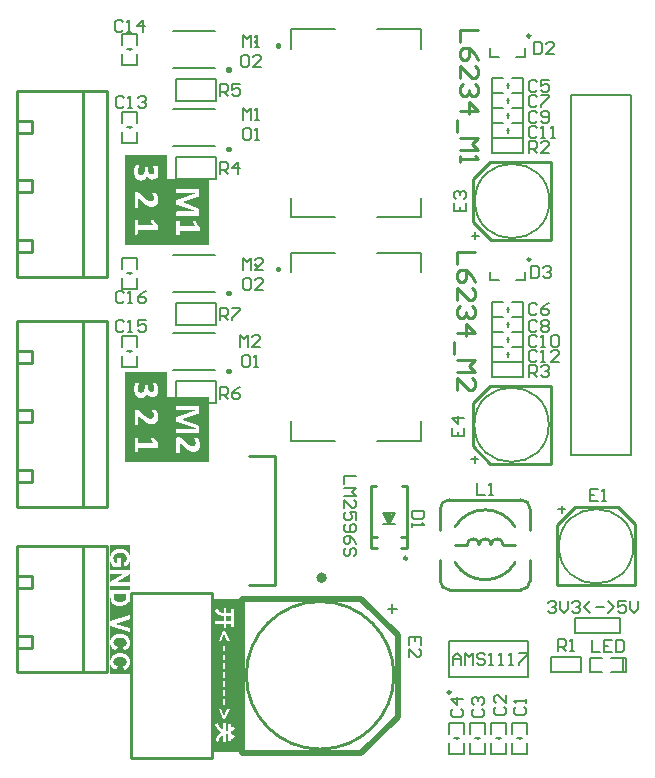
<source format=gto>
G04*
G04 #@! TF.GenerationSoftware,Altium Limited,Altium Designer,21.5.1 (32)*
G04*
G04 Layer_Color=65535*
%FSLAX25Y25*%
%MOIN*%
G70*
G04*
G04 #@! TF.SameCoordinates,690A18C4-EA90-4F08-A22E-A0273F3C1D78*
G04*
G04*
G04 #@! TF.FilePolarity,Positive*
G04*
G01*
G75*
%ADD10C,0.00787*%
%ADD11C,0.01968*%
%ADD12C,0.01000*%
%ADD13C,0.00984*%
%ADD14C,0.00800*%
%ADD15C,0.00500*%
%ADD16C,0.00600*%
%ADD17C,0.02000*%
G36*
X35037Y180776D02*
X48849D01*
Y159000D01*
X35000D01*
Y159033D01*
X21000D01*
Y188967D01*
X35037D01*
Y180776D01*
D02*
G37*
G36*
X22628Y57685D02*
X20023D01*
X22628D01*
Y54673D01*
X22614Y54833D01*
X22600Y54985D01*
X22579Y55131D01*
X22551Y55270D01*
X22524Y55395D01*
X22496Y55513D01*
X22468Y55617D01*
X22440Y55714D01*
X22413Y55797D01*
X22385Y55867D01*
X22357Y55929D01*
X22336Y55978D01*
X22322Y56012D01*
X22315Y56033D01*
X22309Y56040D01*
X22225Y56186D01*
X22135Y56325D01*
X22045Y56457D01*
X21948Y56575D01*
X21844Y56686D01*
X21746Y56783D01*
X21649Y56880D01*
X21552Y56956D01*
X21462Y57033D01*
X21378Y57095D01*
X21302Y57144D01*
X21240Y57192D01*
X21184Y57227D01*
X21143Y57248D01*
X21115Y57262D01*
X21108Y57269D01*
X20962Y57345D01*
X20809Y57407D01*
X20657Y57463D01*
X20504Y57512D01*
X20351Y57546D01*
X20206Y57581D01*
X20060Y57609D01*
X19928Y57630D01*
X19803Y57650D01*
X19692Y57664D01*
X19588Y57671D01*
X19498Y57678D01*
X19428Y57685D01*
X16000D01*
X19331D01*
X19158Y57678D01*
X18991Y57671D01*
X18832Y57650D01*
X18672Y57630D01*
X18526Y57595D01*
X18387Y57567D01*
X18256Y57532D01*
X18131Y57498D01*
X18020Y57463D01*
X17922Y57428D01*
X17832Y57393D01*
X17763Y57366D01*
X17700Y57345D01*
X17659Y57324D01*
X17631Y57317D01*
X17624Y57310D01*
X17478Y57234D01*
X17346Y57158D01*
X17221Y57067D01*
X17104Y56977D01*
X16999Y56887D01*
X16895Y56790D01*
X16805Y56700D01*
X16729Y56609D01*
X16652Y56526D01*
X16590Y56450D01*
X16541Y56373D01*
X16493Y56318D01*
X16458Y56262D01*
X16437Y56228D01*
X16423Y56200D01*
X16416Y56193D01*
X16340Y56047D01*
X16278Y55901D01*
X16222Y55756D01*
X16173Y55603D01*
X16139Y55450D01*
X16104Y55305D01*
X16076Y55166D01*
X16056Y55034D01*
X16035Y54909D01*
X16021Y54798D01*
X16014Y54694D01*
X16007Y54604D01*
X16000Y54534D01*
Y54437D01*
X16007Y54291D01*
X16014Y54146D01*
X16049Y53861D01*
X16069Y53722D01*
X16097Y53597D01*
X16125Y53472D01*
X16153Y53361D01*
X16180Y53257D01*
X16201Y53160D01*
X16229Y53077D01*
X16250Y53007D01*
X16271Y52952D01*
X16285Y52910D01*
X16298Y52882D01*
Y52876D01*
X16354Y52737D01*
X16416Y52605D01*
X16472Y52480D01*
X16534Y52369D01*
X16590Y52258D01*
X16645Y52161D01*
X16701Y52078D01*
X16757Y51994D01*
X16805Y51925D01*
X16847Y51862D01*
X16888Y51814D01*
X16923Y51772D01*
X16951Y51737D01*
X16972Y51717D01*
X16978Y51703D01*
X16985Y51696D01*
X19546D01*
Y54479D01*
X18464D01*
Y53000D01*
X17645D01*
X17561Y53118D01*
X17492Y53237D01*
X17430Y53354D01*
X17374Y53465D01*
X17325Y53563D01*
X17291Y53639D01*
X17277Y53667D01*
X17270Y53688D01*
X17263Y53701D01*
Y53708D01*
X17208Y53861D01*
X17173Y54007D01*
X17145Y54139D01*
X17124Y54264D01*
X17110Y54368D01*
Y54416D01*
X17104Y54451D01*
Y54520D01*
X17110Y54673D01*
X17131Y54812D01*
X17159Y54944D01*
X17194Y55076D01*
X17235Y55194D01*
X17284Y55298D01*
X17333Y55402D01*
X17388Y55492D01*
X17444Y55568D01*
X17492Y55645D01*
X17541Y55700D01*
X17582Y55756D01*
X17617Y55790D01*
X17652Y55825D01*
X17666Y55839D01*
X17673Y55846D01*
X17784Y55936D01*
X17909Y56012D01*
X18040Y56082D01*
X18179Y56137D01*
X18325Y56186D01*
X18464Y56228D01*
X18609Y56262D01*
X18741Y56290D01*
X18873Y56311D01*
X18998Y56325D01*
X19102Y56339D01*
X19199Y56346D01*
X19276D01*
X19338Y56353D01*
X19373D01*
X19387D01*
X19581Y56346D01*
X19761Y56332D01*
X19928Y56304D01*
X20081Y56276D01*
X20226Y56235D01*
X20358Y56193D01*
X20476Y56151D01*
X20580Y56103D01*
X20678Y56054D01*
X20754Y56012D01*
X20823Y55971D01*
X20879Y55929D01*
X20927Y55901D01*
X20955Y55874D01*
X20976Y55860D01*
X20983Y55853D01*
X21080Y55756D01*
X21163Y55652D01*
X21233Y55541D01*
X21295Y55430D01*
X21351Y55318D01*
X21392Y55207D01*
X21427Y55096D01*
X21455Y54992D01*
X21476Y54895D01*
X21497Y54798D01*
X21510Y54715D01*
X21517Y54645D01*
X21524Y54590D01*
Y54506D01*
X21510Y54305D01*
X21483Y54125D01*
X21434Y53965D01*
X21385Y53833D01*
X21358Y53778D01*
X21337Y53722D01*
X21309Y53681D01*
X21288Y53646D01*
X21274Y53611D01*
X21260Y53590D01*
X21247Y53584D01*
Y53576D01*
X21136Y53445D01*
X21018Y53341D01*
X20893Y53250D01*
X20775Y53181D01*
X20671Y53125D01*
X20622Y53105D01*
X20580Y53091D01*
X20553Y53077D01*
X20525Y53070D01*
X20511Y53063D01*
X20504D01*
X20747Y51779D01*
X20907Y51821D01*
X21059Y51869D01*
X21205Y51932D01*
X21337Y51994D01*
X21455Y52064D01*
X21573Y52140D01*
X21677Y52209D01*
X21767Y52286D01*
X21850Y52355D01*
X21927Y52425D01*
X21982Y52487D01*
X22038Y52535D01*
X22079Y52584D01*
X22107Y52619D01*
X22121Y52640D01*
X22128Y52647D01*
X22218Y52778D01*
X22295Y52917D01*
X22357Y53063D01*
X22420Y53216D01*
X22468Y53375D01*
X22503Y53528D01*
X22537Y53681D01*
X22565Y53826D01*
X22586Y53965D01*
X22600Y54090D01*
X22614Y54208D01*
X22621Y54312D01*
X22628Y54388D01*
Y51696D01*
X22628D01*
Y29356D01*
X20051D01*
X22628D01*
Y26365D01*
X22621Y26608D01*
X22593Y26844D01*
X22544Y27066D01*
X22489Y27274D01*
X22420Y27468D01*
X22350Y27642D01*
X22267Y27808D01*
X22184Y27954D01*
X22100Y28086D01*
X22024Y28204D01*
X21948Y28301D01*
X21878Y28384D01*
X21823Y28454D01*
X21781Y28495D01*
X21746Y28530D01*
X21739Y28537D01*
X21566Y28683D01*
X21378Y28808D01*
X21184Y28919D01*
X20983Y29009D01*
X20775Y29092D01*
X20567Y29155D01*
X20365Y29210D01*
X20164Y29252D01*
X19984Y29287D01*
X19810Y29314D01*
X19650Y29328D01*
X19519Y29342D01*
X19408Y29349D01*
X19366Y29356D01*
X16007D01*
X19255D01*
X18977Y29349D01*
X18721Y29321D01*
X18478Y29280D01*
X18249Y29231D01*
X18033Y29168D01*
X17839Y29099D01*
X17659Y29023D01*
X17499Y28946D01*
X17353Y28870D01*
X17228Y28794D01*
X17124Y28724D01*
X17034Y28662D01*
X16965Y28613D01*
X16916Y28572D01*
X16881Y28544D01*
X16874Y28537D01*
X16722Y28377D01*
X16590Y28211D01*
X16472Y28037D01*
X16375Y27864D01*
X16292Y27690D01*
X16222Y27517D01*
X16160Y27343D01*
X16118Y27184D01*
X16076Y27031D01*
X16056Y26885D01*
X16035Y26760D01*
X16021Y26656D01*
X16014Y26566D01*
X16007Y26497D01*
Y26441D01*
X16014Y26254D01*
X16028Y26073D01*
X16056Y25900D01*
X16083Y25740D01*
X16125Y25587D01*
X16167Y25449D01*
X16215Y25317D01*
X16264Y25206D01*
X16305Y25095D01*
X16354Y25005D01*
X16396Y24928D01*
X16437Y24859D01*
X16465Y24810D01*
X16493Y24769D01*
X16507Y24748D01*
X16514Y24741D01*
X16618Y24616D01*
X16729Y24505D01*
X16847Y24401D01*
X16978Y24304D01*
X17104Y24220D01*
X17235Y24137D01*
X17367Y24068D01*
X17492Y24005D01*
X17610Y23950D01*
X17721Y23901D01*
X17825Y23866D01*
X17909Y23832D01*
X17985Y23804D01*
X18033Y23790D01*
X18068Y23776D01*
X16007D01*
X20621D01*
X18082D01*
X18471Y25032D01*
X18346Y25067D01*
X18221Y25102D01*
X18110Y25143D01*
X18013Y25185D01*
X17915Y25234D01*
X17832Y25275D01*
X17756Y25324D01*
X17686Y25365D01*
X17631Y25407D01*
X17575Y25449D01*
X17534Y25483D01*
X17499Y25511D01*
X17471Y25539D01*
X17450Y25560D01*
X17444Y25567D01*
X17437Y25574D01*
X17381Y25643D01*
X17333Y25719D01*
X17249Y25865D01*
X17194Y26011D01*
X17152Y26150D01*
X17131Y26274D01*
X17117Y26323D01*
Y26372D01*
X17110Y26406D01*
Y26455D01*
X17117Y26580D01*
X17131Y26705D01*
X17159Y26823D01*
X17194Y26927D01*
X17228Y27031D01*
X17270Y27121D01*
X17319Y27211D01*
X17367Y27288D01*
X17416Y27357D01*
X17464Y27420D01*
X17506Y27468D01*
X17541Y27517D01*
X17575Y27545D01*
X17603Y27572D01*
X17617Y27586D01*
X17624Y27593D01*
X17728Y27670D01*
X17846Y27732D01*
X17971Y27794D01*
X18110Y27843D01*
X18256Y27885D01*
X18394Y27919D01*
X18679Y27968D01*
X18818Y27989D01*
X18943Y28003D01*
X19054Y28010D01*
X19158Y28016D01*
X19234Y28023D01*
X19297D01*
X19338D01*
X19352D01*
X19560Y28016D01*
X19755Y28003D01*
X19928Y27982D01*
X20095Y27954D01*
X20247Y27919D01*
X20379Y27885D01*
X20504Y27843D01*
X20608Y27801D01*
X20705Y27767D01*
X20789Y27725D01*
X20858Y27690D01*
X20913Y27656D01*
X20955Y27628D01*
X20990Y27607D01*
X21004Y27593D01*
X21011Y27586D01*
X21101Y27503D01*
X21177Y27406D01*
X21247Y27316D01*
X21309Y27218D01*
X21358Y27121D01*
X21399Y27024D01*
X21434Y26927D01*
X21462Y26837D01*
X21483Y26753D01*
X21497Y26677D01*
X21510Y26608D01*
X21517Y26545D01*
X21524Y26497D01*
Y26427D01*
X21510Y26240D01*
X21476Y26073D01*
X21434Y25928D01*
X21378Y25796D01*
X21323Y25692D01*
X21302Y25650D01*
X21281Y25615D01*
X21260Y25587D01*
X21247Y25567D01*
X21240Y25560D01*
X21233Y25553D01*
X21115Y25428D01*
X20990Y25324D01*
X20858Y25240D01*
X20733Y25178D01*
X20622Y25129D01*
X20573Y25109D01*
X20532Y25095D01*
X20497Y25088D01*
X20469Y25081D01*
X20456Y25074D01*
X20448D01*
X20754Y23797D01*
X20893Y23839D01*
X21025Y23887D01*
X21143Y23943D01*
X21260Y23991D01*
X21365Y24047D01*
X21462Y24102D01*
X21545Y24158D01*
X21628Y24206D01*
X21698Y24262D01*
X21760Y24304D01*
X21809Y24345D01*
X21850Y24387D01*
X21885Y24415D01*
X21906Y24435D01*
X21920Y24449D01*
X21927Y24456D01*
X22052Y24602D01*
X22156Y24748D01*
X22253Y24907D01*
X22329Y25067D01*
X22399Y25227D01*
X22454Y25386D01*
X22503Y25539D01*
X22537Y25685D01*
X22572Y25824D01*
X22593Y25955D01*
X22607Y26073D01*
X22614Y26170D01*
X22621Y26254D01*
X22628Y26309D01*
Y23776D01*
X22628D01*
Y22895D01*
X19931D01*
X22628D01*
Y19904D01*
X22621Y20146D01*
X22593Y20382D01*
X22544Y20605D01*
X22489Y20813D01*
X22420Y21007D01*
X22350Y21181D01*
X22267Y21347D01*
X22184Y21493D01*
X22100Y21625D01*
X22024Y21743D01*
X21948Y21840D01*
X21878Y21923D01*
X21823Y21993D01*
X21781Y22034D01*
X21746Y22069D01*
X21739Y22076D01*
X21566Y22222D01*
X21378Y22346D01*
X21184Y22458D01*
X20983Y22548D01*
X20775Y22631D01*
X20567Y22693D01*
X20365Y22749D01*
X20164Y22791D01*
X19984Y22825D01*
X19810Y22853D01*
X19650Y22867D01*
X19519Y22881D01*
X19408Y22888D01*
X19366Y22895D01*
X16007D01*
X19255D01*
X18977Y22888D01*
X18721Y22860D01*
X18478Y22818D01*
X18249Y22770D01*
X18033Y22707D01*
X17839Y22638D01*
X17659Y22562D01*
X17499Y22485D01*
X17353Y22409D01*
X17228Y22333D01*
X17124Y22263D01*
X17034Y22201D01*
X16965Y22152D01*
X16916Y22111D01*
X16881Y22083D01*
X16874Y22076D01*
X16722Y21916D01*
X16590Y21750D01*
X16472Y21576D01*
X16375Y21403D01*
X16292Y21229D01*
X16222Y21056D01*
X16160Y20882D01*
X16118Y20723D01*
X16076Y20570D01*
X16056Y20424D01*
X16035Y20299D01*
X16021Y20195D01*
X16014Y20105D01*
X16007Y20035D01*
Y19980D01*
X16014Y19793D01*
X16028Y19612D01*
X16056Y19439D01*
X16083Y19279D01*
X16125Y19126D01*
X16167Y18988D01*
X16215Y18856D01*
X16264Y18745D01*
X16305Y18634D01*
X16354Y18543D01*
X16396Y18467D01*
X16437Y18398D01*
X16465Y18349D01*
X16493Y18307D01*
X16507Y18287D01*
X16514Y18280D01*
X16618Y18155D01*
X16729Y18044D01*
X16847Y17940D01*
X16978Y17842D01*
X17104Y17759D01*
X17235Y17676D01*
X17367Y17606D01*
X17492Y17544D01*
X17610Y17489D01*
X17721Y17440D01*
X17825Y17405D01*
X17909Y17370D01*
X17985Y17343D01*
X18033Y17329D01*
X18068Y17315D01*
X16007D01*
X20521D01*
X18082D01*
X18471Y18571D01*
X18346Y18606D01*
X18221Y18641D01*
X18110Y18682D01*
X18013Y18724D01*
X17915Y18772D01*
X17832Y18814D01*
X17756Y18863D01*
X17686Y18904D01*
X17631Y18946D01*
X17575Y18988D01*
X17534Y19022D01*
X17499Y19050D01*
X17471Y19078D01*
X17450Y19099D01*
X17444Y19105D01*
X17437Y19113D01*
X17381Y19182D01*
X17333Y19258D01*
X17249Y19404D01*
X17194Y19550D01*
X17152Y19689D01*
X17131Y19813D01*
X17117Y19862D01*
Y19911D01*
X17110Y19945D01*
Y19994D01*
X17117Y20119D01*
X17131Y20244D01*
X17159Y20362D01*
X17194Y20466D01*
X17228Y20570D01*
X17270Y20660D01*
X17319Y20750D01*
X17367Y20827D01*
X17416Y20896D01*
X17464Y20958D01*
X17506Y21007D01*
X17541Y21056D01*
X17575Y21083D01*
X17603Y21111D01*
X17617Y21125D01*
X17624Y21132D01*
X17728Y21208D01*
X17846Y21271D01*
X17971Y21333D01*
X18110Y21382D01*
X18256Y21423D01*
X18394Y21458D01*
X18679Y21507D01*
X18818Y21528D01*
X18943Y21542D01*
X19054Y21548D01*
X19158Y21555D01*
X19234Y21562D01*
X19297D01*
X19338D01*
X19352D01*
X19560Y21555D01*
X19755Y21542D01*
X19928Y21521D01*
X20095Y21493D01*
X20247Y21458D01*
X20379Y21423D01*
X20504Y21382D01*
X20608Y21340D01*
X20705Y21305D01*
X20789Y21264D01*
X20858Y21229D01*
X20913Y21194D01*
X20955Y21167D01*
X20990Y21146D01*
X21004Y21132D01*
X21011Y21125D01*
X21101Y21042D01*
X21177Y20945D01*
X21247Y20854D01*
X21309Y20757D01*
X21358Y20660D01*
X21399Y20563D01*
X21434Y20466D01*
X21462Y20376D01*
X21483Y20292D01*
X21497Y20216D01*
X21510Y20146D01*
X21517Y20084D01*
X21524Y20035D01*
Y19966D01*
X21510Y19779D01*
X21476Y19612D01*
X21434Y19466D01*
X21378Y19334D01*
X21323Y19230D01*
X21302Y19189D01*
X21281Y19154D01*
X21260Y19126D01*
X21247Y19105D01*
X21240Y19099D01*
X21233Y19092D01*
X21115Y18967D01*
X20990Y18863D01*
X20858Y18779D01*
X20733Y18717D01*
X20622Y18668D01*
X20573Y18647D01*
X20532Y18634D01*
X20497Y18627D01*
X20469Y18620D01*
X20456Y18613D01*
X20448D01*
X20754Y17336D01*
X20893Y17378D01*
X21025Y17426D01*
X21143Y17482D01*
X21260Y17530D01*
X21365Y17586D01*
X21462Y17641D01*
X21545Y17697D01*
X21628Y17745D01*
X21698Y17801D01*
X21760Y17842D01*
X21809Y17884D01*
X21850Y17926D01*
X21885Y17954D01*
X21906Y17974D01*
X21920Y17988D01*
X21927Y17995D01*
X22052Y18141D01*
X22156Y18287D01*
X22253Y18446D01*
X22329Y18606D01*
X22399Y18766D01*
X22454Y18925D01*
X22503Y19078D01*
X22537Y19223D01*
X22572Y19362D01*
X22593Y19494D01*
X22607Y19612D01*
X22614Y19709D01*
X22621Y19793D01*
X22628Y19848D01*
Y17315D01*
X22628D01*
Y15908D01*
X16000D01*
Y59092D01*
X22628D01*
Y57685D01*
D02*
G37*
G36*
X59000Y-10044D02*
X50000D01*
Y41044D01*
X59000D01*
Y-10044D01*
D02*
G37*
G36*
X35037Y116467D02*
Y108388D01*
X48932D01*
Y86612D01*
X35037D01*
Y86533D01*
X21000D01*
Y116467D01*
X35037D01*
D02*
G37*
%LPC*%
G36*
X32037Y185581D02*
X26817D01*
X32037D01*
Y183239D01*
X32026Y183395D01*
X32016Y183530D01*
X31995Y183645D01*
X31984Y183749D01*
X31964Y183822D01*
X31953Y183863D01*
Y183884D01*
X31922Y184020D01*
X31891Y184144D01*
X31860Y184249D01*
X31828Y184353D01*
X31808Y184426D01*
X31787Y184488D01*
X31776Y184530D01*
X31766Y184540D01*
X31724Y184644D01*
X31693Y184728D01*
X31651Y184811D01*
X31620Y184884D01*
X31589Y184936D01*
X31568Y184977D01*
X31558Y184998D01*
X31547Y185009D01*
X31506Y185071D01*
X31474Y185123D01*
X31422Y185196D01*
X31391Y185238D01*
X31381Y185248D01*
X31339Y185290D01*
X31308Y185321D01*
X31287Y185331D01*
X31277Y185342D01*
X31204Y185373D01*
X31172Y185383D01*
X31162D01*
X31110Y185394D01*
X31058D01*
X31016Y185404D01*
X30996D01*
X30912D01*
X30839D01*
X30777D01*
X30756D01*
X30746D01*
X30621D01*
X30538Y185394D01*
X30475D01*
X30465D01*
X30454D01*
X30381Y185383D01*
X30319Y185373D01*
X30288Y185363D01*
X30277D01*
X30246Y185342D01*
X30225Y185331D01*
X30204Y185310D01*
X30184Y185248D01*
Y185217D01*
X30194Y185154D01*
X30236Y185081D01*
X30267Y185019D01*
X30277Y185009D01*
Y184998D01*
X30350Y184873D01*
X30413Y184748D01*
X30444Y184696D01*
X30465Y184655D01*
X30485Y184634D01*
Y184623D01*
X30569Y184457D01*
X30631Y184301D01*
X30662Y184228D01*
X30673Y184176D01*
X30694Y184144D01*
Y184134D01*
X30746Y183926D01*
X30766Y183822D01*
X30777Y183728D01*
X30787Y183655D01*
Y183541D01*
X30777Y183353D01*
X30766Y183270D01*
X30746Y183208D01*
X30735Y183145D01*
X30714Y183104D01*
X30704Y183083D01*
Y183072D01*
X30642Y182937D01*
X30569Y182823D01*
X30548Y182791D01*
X30517Y182760D01*
X30506Y182750D01*
X30496Y182739D01*
X30392Y182656D01*
X30298Y182594D01*
X30256Y182573D01*
X30225Y182552D01*
X30204Y182541D01*
X30194D01*
X30059Y182500D01*
X29944Y182479D01*
X29892Y182468D01*
X29850D01*
X29830D01*
X29819D01*
X29632Y182489D01*
X29548Y182500D01*
X29486Y182521D01*
X29424Y182541D01*
X29382Y182552D01*
X29351Y182573D01*
X29340D01*
X29195Y182656D01*
X29080Y182750D01*
X29038Y182791D01*
X29007Y182823D01*
X28986Y182843D01*
X28976Y182854D01*
X28882Y182999D01*
X28809Y183145D01*
X28778Y183208D01*
X28768Y183260D01*
X28747Y183291D01*
Y183301D01*
X28705Y183510D01*
X28695Y183614D01*
X28684Y183707D01*
X28674Y183791D01*
Y184644D01*
X28664Y184686D01*
X28653Y184707D01*
X28643Y184717D01*
X28622Y184748D01*
X28591Y184769D01*
X28570Y184790D01*
X28560Y184800D01*
X28508Y184821D01*
X28445Y184832D01*
X28403Y184842D01*
X28393D01*
X28383D01*
X28299Y184852D01*
X28206D01*
X28164D01*
X28133D01*
X28112D01*
X28102D01*
X27977D01*
X27883Y184842D01*
X27821D01*
X27810D01*
X27800D01*
X27727Y184832D01*
X27664Y184821D01*
X27633Y184800D01*
X27623D01*
X27581Y184769D01*
X27560Y184738D01*
X27539Y184717D01*
Y184707D01*
X27529Y184655D01*
X27519Y184613D01*
Y183739D01*
X27508Y183603D01*
X27487Y183478D01*
X27477Y183374D01*
X27456Y183291D01*
X27435Y183218D01*
X27425Y183176D01*
Y183166D01*
X27394Y183052D01*
X27352Y182947D01*
X27310Y182864D01*
X27279Y182781D01*
X27237Y182729D01*
X27217Y182677D01*
X27196Y182656D01*
X27185Y182645D01*
X27071Y182510D01*
X26946Y182406D01*
X26894Y182375D01*
X26863Y182354D01*
X26831Y182333D01*
X26821D01*
X26738Y182292D01*
X26655Y182271D01*
X26509Y182229D01*
X26436D01*
X26384Y182219D01*
X26353D01*
X26342D01*
X26165Y182229D01*
X26092Y182250D01*
X26030Y182260D01*
X25967Y182281D01*
X25926Y182302D01*
X25905Y182312D01*
X25895D01*
X25759Y182385D01*
X25645Y182468D01*
X25603Y182510D01*
X25582Y182541D01*
X25561Y182562D01*
X25551Y182573D01*
X25457Y182718D01*
X25385Y182854D01*
X25364Y182916D01*
X25343Y182968D01*
X25332Y182999D01*
Y183010D01*
X25291Y183208D01*
X25280Y183301D01*
X25270Y183385D01*
X25260Y183468D01*
Y183728D01*
X25270Y183853D01*
X25280Y183978D01*
X25301Y184082D01*
X25312Y184165D01*
X25322Y184228D01*
X25332Y184269D01*
Y184280D01*
X25364Y184384D01*
X25395Y184488D01*
X25426Y184582D01*
X25457Y184655D01*
X25478Y184717D01*
X25499Y184769D01*
X25510Y184800D01*
Y184811D01*
X25572Y184967D01*
X25603Y185029D01*
X25634Y185081D01*
X25655Y185123D01*
X25676Y185154D01*
X25686Y185175D01*
Y185186D01*
X25738Y185279D01*
X25759Y185342D01*
X25770Y185383D01*
Y185425D01*
X25749Y185456D01*
X25718Y185498D01*
X25676Y185529D01*
X25666Y185539D01*
X25655D01*
X25603Y185550D01*
X25541Y185560D01*
X25405Y185571D01*
X25343Y185581D01*
X24000D01*
X24958D01*
X24874Y185571D01*
X24812Y185560D01*
X24760Y185550D01*
X24749D01*
X24687Y185529D01*
X24645Y185519D01*
X24614Y185508D01*
X24604D01*
X24531Y185456D01*
X24510Y185435D01*
X24500Y185425D01*
X24458Y185363D01*
X24416Y185290D01*
X24385Y185227D01*
X24364Y185206D01*
Y185196D01*
X24302Y185050D01*
X24239Y184915D01*
X24219Y184852D01*
X24198Y184800D01*
X24187Y184769D01*
Y184759D01*
X24135Y184550D01*
X24114Y184446D01*
X24094Y184353D01*
X24083Y184269D01*
X24073Y184207D01*
X24062Y184155D01*
Y184144D01*
X24031Y183874D01*
X24010Y183749D01*
Y183634D01*
X24000Y183541D01*
Y183395D01*
X24010Y183156D01*
X24021Y182927D01*
X24052Y182729D01*
X24083Y182541D01*
X24104Y182396D01*
X24135Y182281D01*
X24146Y182239D01*
Y182208D01*
X24156Y182198D01*
Y182187D01*
X24219Y181990D01*
X24292Y181802D01*
X24375Y181646D01*
X24448Y181511D01*
X24510Y181396D01*
X24562Y181313D01*
X24604Y181261D01*
X24614Y181240D01*
X24739Y181105D01*
X24864Y180980D01*
X24989Y180876D01*
X25114Y180782D01*
X25218Y180720D01*
X25301Y180668D01*
X25353Y180636D01*
X25374Y180626D01*
X25551Y180553D01*
X25728Y180491D01*
X25895Y180449D01*
X26061Y180428D01*
X26197Y180407D01*
X26311Y180397D01*
X24000D01*
X26530D01*
X26655Y180418D01*
X26759Y180439D01*
X26852Y180459D01*
X26936Y180480D01*
X26998Y180501D01*
X27040Y180511D01*
X27050Y180522D01*
X27258Y180626D01*
X27352Y180688D01*
X27435Y180740D01*
X27498Y180792D01*
X27550Y180834D01*
X27581Y180865D01*
X27591Y180876D01*
X27758Y181053D01*
X27831Y181147D01*
X27893Y181230D01*
X27935Y181303D01*
X27966Y181365D01*
X27987Y181407D01*
X27997Y181417D01*
X28091Y181667D01*
X28133Y181792D01*
X28164Y181906D01*
X28185Y182000D01*
X28195Y182073D01*
X28206Y182125D01*
Y182146D01*
X28216D01*
X28247Y182021D01*
X28289Y181906D01*
X28331Y181802D01*
X28372Y181719D01*
X28414Y181646D01*
X28435Y181584D01*
X28455Y181552D01*
X28466Y181542D01*
X28539Y181448D01*
X28601Y181365D01*
X28674Y181292D01*
X28736Y181230D01*
X28799Y181178D01*
X28841Y181147D01*
X28872Y181126D01*
X28882Y181115D01*
X29070Y181001D01*
X29163Y180949D01*
X29247Y180917D01*
X29320Y180886D01*
X29372Y180865D01*
X29413Y180845D01*
X29424D01*
X29663Y180792D01*
X29767Y180772D01*
X29871Y180761D01*
X29965Y180751D01*
X30027D01*
X30079D01*
X30090D01*
X30256Y180761D01*
X30413Y180772D01*
X30548Y180803D01*
X30673Y180824D01*
X30766Y180855D01*
X30839Y180886D01*
X30881Y180897D01*
X30902Y180907D01*
X31037Y180970D01*
X31152Y181042D01*
X31256Y181115D01*
X31350Y181199D01*
X31422Y181261D01*
X31474Y181313D01*
X31506Y181355D01*
X31516Y181365D01*
X31610Y181480D01*
X31683Y181605D01*
X31745Y181719D01*
X31808Y181834D01*
X31849Y181938D01*
X31880Y182021D01*
X31891Y182073D01*
X31901Y182094D01*
X31943Y182260D01*
X31984Y182427D01*
X32005Y182594D01*
X32016Y182750D01*
X32026Y182885D01*
X32037Y182989D01*
Y180397D01*
D01*
Y185581D01*
D02*
G37*
G36*
Y176556D02*
X25084D01*
X32037D01*
D01*
D02*
G37*
G36*
X25020D02*
X24135D01*
X24645D01*
X24541Y176545D01*
X24500D01*
X24468Y176535D01*
X24458D01*
X24448D01*
X24354Y176504D01*
X24292Y176483D01*
X24250Y176462D01*
X24239Y176452D01*
X24198Y176400D01*
X24177Y176347D01*
X24156Y176306D01*
Y176295D01*
X24146Y176212D01*
X24135Y176139D01*
Y176233D01*
Y171600D01*
X24146Y171559D01*
X24156Y171528D01*
X24167Y171507D01*
Y171496D01*
X24198Y171465D01*
X24229Y171434D01*
X24260Y171423D01*
X24271Y171413D01*
X24343Y171392D01*
X24406Y171382D01*
X24458Y171371D01*
X24479D01*
X24573Y171361D01*
X24677Y171351D01*
X24135D01*
X24885D01*
X24979Y171361D01*
X25041Y171371D01*
X25051D01*
X25062D01*
X25145Y171392D01*
X25208Y171413D01*
X25249Y171423D01*
X25260Y171434D01*
X25312Y171455D01*
X25353Y171486D01*
X25364Y171507D01*
X25374Y171517D01*
X25395Y171559D01*
X25416Y171590D01*
Y174682D01*
X26342Y173776D01*
X26592Y173537D01*
X26811Y173318D01*
X27019Y173131D01*
X27185Y172975D01*
X27331Y172850D01*
X27435Y172756D01*
X27477Y172725D01*
X27508Y172704D01*
X27519Y172683D01*
X27529D01*
X27716Y172537D01*
X27893Y172402D01*
X28049Y172298D01*
X28185Y172204D01*
X28299Y172131D01*
X28393Y172079D01*
X28445Y172048D01*
X28466Y172038D01*
X28622Y171954D01*
X28768Y171892D01*
X28903Y171840D01*
X29018Y171798D01*
X29122Y171767D01*
X29195Y171746D01*
X29236Y171736D01*
X29257D01*
X29528Y171694D01*
X29653Y171684D01*
X29767Y171673D01*
X29861Y171663D01*
X29934D01*
X29975D01*
X29996D01*
X30152Y171673D01*
X30308Y171684D01*
X30444Y171715D01*
X30569Y171736D01*
X30662Y171767D01*
X30746Y171798D01*
X30787Y171809D01*
X30808Y171819D01*
X30944Y171882D01*
X31068Y171954D01*
X31172Y172027D01*
X31277Y172100D01*
X31350Y172163D01*
X31402Y172215D01*
X31443Y172256D01*
X31454Y172267D01*
X31547Y172381D01*
X31631Y172506D01*
X31703Y172631D01*
X31766Y172746D01*
X31818Y172860D01*
X31849Y172943D01*
X31870Y172995D01*
X31880Y173006D01*
Y173016D01*
X31932Y173193D01*
X31974Y173370D01*
X31995Y173547D01*
X32016Y173714D01*
X32026Y173849D01*
X32037Y173964D01*
Y174213D01*
X32026Y174349D01*
X32016Y174474D01*
X32005Y174578D01*
X31984Y174671D01*
X31974Y174744D01*
X31964Y174786D01*
Y174807D01*
X31932Y174932D01*
X31901Y175057D01*
X31880Y175171D01*
X31849Y175265D01*
X31828Y175348D01*
X31808Y175410D01*
X31787Y175452D01*
Y175463D01*
X31745Y175567D01*
X31714Y175660D01*
X31672Y175744D01*
X31641Y175817D01*
X31610Y175869D01*
X31589Y175921D01*
X31578Y175942D01*
X31568Y175952D01*
X31526Y176025D01*
X31495Y176077D01*
X31443Y176171D01*
X31402Y176212D01*
X31391Y176233D01*
X31339Y176275D01*
X31297Y176316D01*
X31277Y176327D01*
X31266Y176337D01*
X31183Y176368D01*
X31152Y176379D01*
X31141D01*
X31089Y176389D01*
X31037Y176400D01*
X31006Y176410D01*
X30985D01*
X30912D01*
X30829D01*
X30766D01*
X30756D01*
X30746D01*
X30610D01*
X30496Y176400D01*
X30454D01*
X30433D01*
X30413D01*
X30402D01*
X30308Y176389D01*
X30236Y176379D01*
X30194Y176368D01*
X30173D01*
X30121Y176347D01*
X30090Y176327D01*
X30069Y176306D01*
X30059D01*
X30038Y176275D01*
X30027Y176233D01*
Y176202D01*
X30038Y176139D01*
X30069Y176066D01*
X30100Y176014D01*
X30111Y176004D01*
Y175994D01*
X30184Y175879D01*
X30246Y175765D01*
X30267Y175723D01*
X30288Y175681D01*
X30308Y175660D01*
Y175650D01*
X30392Y175483D01*
X30454Y175327D01*
X30485Y175265D01*
X30496Y175213D01*
X30517Y175181D01*
Y175171D01*
X30569Y174952D01*
X30590Y174848D01*
X30600Y174744D01*
X30610Y174661D01*
Y174536D01*
X30600Y174359D01*
X30590Y174286D01*
X30569Y174224D01*
X30558Y174172D01*
X30538Y174130D01*
X30527Y174109D01*
Y174099D01*
X30465Y173974D01*
X30392Y173880D01*
X30340Y173818D01*
X30329Y173797D01*
X30319D01*
X30215Y173714D01*
X30121Y173651D01*
X30079Y173630D01*
X30048Y173620D01*
X30027Y173610D01*
X30017D01*
X29882Y173568D01*
X29767Y173547D01*
X29715Y173537D01*
X29673D01*
X29653D01*
X29642D01*
X29476Y173547D01*
X29330Y173558D01*
X29267Y173568D01*
X29226Y173578D01*
X29195Y173589D01*
X29184D01*
X29007Y173641D01*
X28914Y173672D01*
X28830Y173703D01*
X28768Y173734D01*
X28716Y173766D01*
X28674Y173776D01*
X28664Y173787D01*
X28560Y173839D01*
X28445Y173901D01*
X28341Y173964D01*
X28237Y174026D01*
X28154Y174089D01*
X28091Y174130D01*
X28049Y174161D01*
X28029Y174172D01*
X27893Y174266D01*
X27768Y174370D01*
X27633Y174484D01*
X27519Y174588D01*
X27415Y174671D01*
X27342Y174755D01*
X27290Y174796D01*
X27269Y174817D01*
X25832Y176160D01*
X25749Y176243D01*
X25676Y176306D01*
X25624Y176347D01*
X25603Y176358D01*
X25530Y176410D01*
X25457Y176452D01*
X25405Y176472D01*
X25395Y176483D01*
X25385D01*
X25291Y176514D01*
X25208Y176524D01*
X25145Y176545D01*
X25135D01*
X25124D01*
X25020Y176556D01*
D02*
G37*
G36*
X45797Y177664D02*
X38000D01*
X38250D01*
X38208Y177654D01*
X38167Y177644D01*
X38146Y177633D01*
X38135D01*
X38104Y177602D01*
X38083Y177560D01*
X38073Y177529D01*
X38063Y177519D01*
X38042Y177446D01*
X38031Y177373D01*
X38021Y177311D01*
Y177290D01*
X38010Y177175D01*
X38000Y177050D01*
Y173313D01*
Y176779D01*
X38010Y176665D01*
Y176623D01*
X38021Y176592D01*
Y176571D01*
X38031Y176478D01*
X38042Y176405D01*
X38063Y176353D01*
Y176342D01*
X38083Y176280D01*
X38115Y176249D01*
X38125Y176228D01*
X38135Y176217D01*
X38177Y176197D01*
X38208Y176176D01*
X38239D01*
X38250D01*
X44569D01*
Y176165D01*
X38250Y173990D01*
X38208Y173979D01*
X38167Y173958D01*
X38146Y173938D01*
X38135Y173927D01*
X38104Y173875D01*
X38083Y173823D01*
X38073Y173782D01*
X38063Y173771D01*
X38042Y173698D01*
X38031Y173625D01*
X38021Y173563D01*
Y173542D01*
X38010Y173427D01*
X38000Y173313D01*
D01*
D01*
Y168618D01*
D01*
Y169222D01*
X38010Y169107D01*
Y169066D01*
X38021Y169024D01*
Y169003D01*
X38031Y168910D01*
X38042Y168837D01*
X38063Y168785D01*
Y168774D01*
X38083Y168722D01*
X38115Y168681D01*
X38125Y168670D01*
X38135Y168660D01*
X38177Y168639D01*
X38208Y168618D01*
X45162D01*
X45266Y168629D01*
X45349Y168639D01*
X45401Y168649D01*
X45422Y168660D01*
X45506Y168691D01*
X45568Y168733D01*
X45610Y168764D01*
X45620Y168774D01*
X45672Y168837D01*
X45714Y168899D01*
X45735Y168951D01*
X45745Y168962D01*
Y168972D01*
X45776Y169066D01*
X45787Y169149D01*
X45797Y169211D01*
Y170305D01*
X45787Y170461D01*
X45776Y170586D01*
X45766Y170627D01*
X45755Y170669D01*
X45745Y170690D01*
Y170700D01*
X45703Y170815D01*
X45651Y170908D01*
X45610Y170971D01*
X45599Y170981D01*
X45589Y170992D01*
X45506Y171075D01*
X45412Y171137D01*
X45370Y171169D01*
X45339Y171179D01*
X45318Y171200D01*
X45308D01*
X45173Y171262D01*
X45037Y171314D01*
X44975Y171335D01*
X44933Y171356D01*
X44902Y171366D01*
X44891D01*
X40269Y173115D01*
Y173136D01*
X44902Y174822D01*
X45068Y174885D01*
X45141Y174906D01*
X45204Y174937D01*
X45256Y174958D01*
X45287Y174979D01*
X45308Y174999D01*
X45318D01*
X45433Y175072D01*
X45526Y175156D01*
X45579Y175218D01*
X45599Y175229D01*
Y175239D01*
X45662Y175343D01*
X45714Y175458D01*
X45724Y175499D01*
X45735Y175541D01*
X45745Y175562D01*
Y175572D01*
X45776Y175728D01*
X45787Y175884D01*
X45797Y175947D01*
Y177081D01*
X45787Y177175D01*
X45776Y177258D01*
X45745Y177331D01*
X45714Y177394D01*
X45683Y177446D01*
X45662Y177477D01*
X45641Y177498D01*
X45630Y177508D01*
X45568Y177560D01*
X45485Y177602D01*
X45412Y177623D01*
X45339Y177644D01*
X45266Y177654D01*
X45214Y177664D01*
X45797D01*
D01*
D02*
G37*
G36*
X31953Y167197D02*
X24135D01*
X29986D01*
X29934Y167187D01*
X29892D01*
X29861D01*
X29850D01*
X29840D01*
X29757Y167166D01*
X29705Y167145D01*
X29673Y167124D01*
X29663Y167114D01*
X29632Y167072D01*
X29621Y167031D01*
Y166978D01*
X29642Y166906D01*
X29673Y166833D01*
X29705Y166770D01*
X29715Y166760D01*
Y166749D01*
X30402Y165500D01*
X25353D01*
Y166947D01*
X25343Y166978D01*
X25332Y167010D01*
X25322Y167031D01*
X25312Y167041D01*
X25280Y167072D01*
X25249Y167093D01*
X25218Y167114D01*
X25208Y167124D01*
X25145Y167145D01*
X25083Y167155D01*
X25041Y167166D01*
X25031D01*
X25020D01*
X24927Y167176D01*
X24833D01*
X24791D01*
X24760D01*
X24739D01*
X24729D01*
X24614D01*
X24531Y167166D01*
X24468D01*
X24458D01*
X24448D01*
X24375Y167145D01*
X24312Y167135D01*
X24271Y167114D01*
X24260D01*
X24219Y167093D01*
X24177Y167062D01*
X24167Y167051D01*
X24156Y167041D01*
X24135Y166978D01*
Y167010D01*
Y162419D01*
Y162627D01*
X24146Y162596D01*
X24156Y162575D01*
Y162565D01*
X24187Y162533D01*
X24219Y162513D01*
X24250Y162492D01*
X24260D01*
X24323Y162471D01*
X24385Y162450D01*
X24427Y162440D01*
X24448D01*
X24541Y162429D01*
X24635Y162419D01*
X24854D01*
X24937Y162429D01*
X24999Y162440D01*
X25020D01*
X25093Y162450D01*
X25155Y162471D01*
X25197Y162481D01*
X25208Y162492D01*
X25260Y162513D01*
X25291Y162544D01*
X25301Y162554D01*
X25312Y162565D01*
X25332Y162596D01*
X25353Y162627D01*
Y163928D01*
X31766D01*
X31797D01*
X31828Y163939D01*
X31839Y163949D01*
X31849Y163960D01*
X31880Y163980D01*
X31901Y164012D01*
X31912Y164043D01*
Y164053D01*
X31922Y164116D01*
X31932Y164189D01*
X31943Y164251D01*
Y164272D01*
X31953Y164386D01*
Y163939D01*
Y164855D01*
X31943Y164917D01*
Y165073D01*
X31932Y165115D01*
Y165126D01*
X31922Y165178D01*
X31912Y165219D01*
X31901Y165240D01*
Y165250D01*
X31880Y165302D01*
X31870Y165313D01*
Y165323D01*
X30787Y166989D01*
X30756Y167041D01*
X30735Y167072D01*
X30714Y167093D01*
X30704Y167103D01*
X30673Y167135D01*
X30631Y167145D01*
X30600Y167166D01*
X30590D01*
X30538Y167176D01*
X30485Y167187D01*
X30454Y167197D01*
X31953D01*
D02*
G37*
G36*
X45849Y166890D02*
X38031D01*
X43882D01*
X43830Y166880D01*
X43788D01*
X43757D01*
X43746D01*
X43736D01*
X43653Y166859D01*
X43601Y166838D01*
X43569Y166817D01*
X43559Y166807D01*
X43528Y166765D01*
X43517Y166724D01*
Y166671D01*
X43538Y166599D01*
X43569Y166526D01*
X43601Y166463D01*
X43611Y166453D01*
Y166442D01*
X44298Y165193D01*
X39249D01*
Y166640D01*
X39239Y166671D01*
X39228Y166703D01*
X39218Y166724D01*
X39208Y166734D01*
X39176Y166765D01*
X39145Y166786D01*
X39114Y166807D01*
X39103Y166817D01*
X39041Y166838D01*
X38979Y166848D01*
X38937Y166859D01*
X38927D01*
X38916D01*
X38822Y166869D01*
X38729D01*
X38687D01*
X38656D01*
X38635D01*
X38625D01*
X38510D01*
X38427Y166859D01*
X38364D01*
X38354D01*
X38344D01*
X38271Y166838D01*
X38208Y166828D01*
X38167Y166807D01*
X38156D01*
X38115Y166786D01*
X38073Y166755D01*
X38063Y166744D01*
X38052Y166734D01*
X38031Y166671D01*
Y166703D01*
Y162112D01*
Y162320D01*
X38042Y162289D01*
X38052Y162268D01*
Y162258D01*
X38083Y162226D01*
X38115Y162206D01*
X38146Y162185D01*
X38156D01*
X38219Y162164D01*
X38281Y162143D01*
X38323Y162133D01*
X38344D01*
X38437Y162122D01*
X38531Y162112D01*
X45849D01*
X38750D01*
X38833Y162122D01*
X38895Y162133D01*
X38916D01*
X38989Y162143D01*
X39051Y162164D01*
X39093Y162174D01*
X39103Y162185D01*
X39156Y162206D01*
X39187Y162237D01*
X39197Y162247D01*
X39208Y162258D01*
X39228Y162289D01*
X39249Y162320D01*
Y163621D01*
X45662D01*
X45693D01*
X45724Y163632D01*
X45735Y163642D01*
X45745Y163653D01*
X45776Y163673D01*
X45797Y163705D01*
X45807Y163736D01*
Y163746D01*
X45818Y163809D01*
X45828Y163882D01*
X45839Y163944D01*
Y163965D01*
X45849Y164079D01*
Y164548D01*
X45839Y164610D01*
Y164766D01*
X45828Y164808D01*
Y164819D01*
X45818Y164871D01*
X45807Y164912D01*
X45797Y164933D01*
Y164943D01*
X45776Y164995D01*
X45766Y165006D01*
Y165016D01*
X44683Y166682D01*
X44652Y166734D01*
X44631Y166765D01*
X44610Y166786D01*
X44600Y166796D01*
X44569Y166828D01*
X44527Y166838D01*
X44496Y166859D01*
X44485D01*
X44433Y166869D01*
X44381Y166880D01*
X44350Y166890D01*
X45849D01*
D02*
G37*
%LPD*%
G36*
X38010Y172938D02*
Y172845D01*
X38021Y172740D01*
X38031Y172668D01*
X38042Y172626D01*
Y172605D01*
X38073Y172543D01*
X38094Y172501D01*
X38115Y172470D01*
X38125Y172459D01*
X38208Y172397D01*
X38239Y172387D01*
X38250Y172376D01*
X44569Y170128D01*
Y170107D01*
X38250D01*
X38208Y170096D01*
X38167Y170086D01*
X38146Y170076D01*
X38135D01*
X38104Y170044D01*
X38083Y170003D01*
X38073Y169971D01*
X38063Y169961D01*
X38042Y169888D01*
X38031Y169815D01*
X38021Y169753D01*
Y169732D01*
X38010Y169617D01*
X38000Y169493D01*
Y173053D01*
X38010Y172938D01*
D02*
G37*
%LPC*%
G36*
X22524Y50488D02*
X16118D01*
Y45408D01*
X22524D01*
Y46602D01*
X18221D01*
X22524Y49239D01*
Y50488D01*
D02*
G37*
G36*
Y44041D02*
X16118D01*
Y41480D01*
X16125Y41355D01*
X16132Y41237D01*
X16139Y41133D01*
X16146Y41029D01*
X16160Y40932D01*
X16173Y40849D01*
X16187Y40772D01*
X16194Y40703D01*
X16208Y40640D01*
X16222Y40585D01*
X16229Y40543D01*
X16236Y40508D01*
X16243Y40488D01*
X16250Y40474D01*
Y40467D01*
X16326Y40266D01*
X16409Y40085D01*
X16493Y39933D01*
X16576Y39801D01*
X16611Y39745D01*
X16645Y39696D01*
X16680Y39662D01*
X16708Y39627D01*
X16729Y39599D01*
X16749Y39579D01*
X16757Y39572D01*
X16763Y39565D01*
X16937Y39405D01*
X17124Y39266D01*
X17312Y39148D01*
X17492Y39051D01*
X17575Y39009D01*
X17652Y38975D01*
X17721Y38947D01*
X17777Y38919D01*
X17825Y38905D01*
X17867Y38892D01*
X17888Y38878D01*
X17895D01*
X18117Y38808D01*
X18346Y38760D01*
X18575Y38725D01*
X18790Y38704D01*
X18887Y38690D01*
X18977Y38683D01*
X19054D01*
X19123Y38676D01*
X19421D01*
X19581Y38683D01*
X19727Y38697D01*
X19873Y38711D01*
X20004Y38725D01*
X20129Y38746D01*
X20247Y38767D01*
X20351Y38780D01*
X20442Y38801D01*
X20525Y38822D01*
X20601Y38843D01*
X20657Y38857D01*
X20705Y38871D01*
X20740Y38884D01*
X20761Y38892D01*
X20768D01*
X20990Y38975D01*
X21191Y39072D01*
X21372Y39176D01*
X21448Y39225D01*
X21517Y39273D01*
X21587Y39322D01*
X21642Y39363D01*
X21691Y39405D01*
X21732Y39433D01*
X21767Y39461D01*
X21788Y39481D01*
X21802Y39495D01*
X21809Y39502D01*
X21955Y39662D01*
X22079Y39821D01*
X22184Y39981D01*
X22260Y40134D01*
X22322Y40266D01*
X22350Y40321D01*
X22364Y40370D01*
X22378Y40411D01*
X22392Y40439D01*
X22399Y40460D01*
Y40467D01*
X22420Y40550D01*
X22440Y40640D01*
X22468Y40835D01*
X22496Y41036D01*
X22510Y41230D01*
X22517Y41320D01*
Y41480D01*
X22524Y41550D01*
Y38857D01*
Y44041D01*
D02*
G37*
G36*
Y35748D02*
D01*
X16118Y33464D01*
Y32076D01*
X22524Y29786D01*
Y35748D01*
D02*
G37*
%LPD*%
G36*
X16118Y46699D02*
Y49294D01*
X20324D01*
X16118Y46699D01*
D02*
G37*
G36*
X21441Y41903D02*
X21434Y41785D01*
Y41674D01*
X21427Y41577D01*
X21420Y41487D01*
X21413Y41411D01*
Y41348D01*
X21406Y41286D01*
X21399Y41237D01*
X21392Y41195D01*
X21385Y41168D01*
Y41140D01*
X21378Y41126D01*
Y41112D01*
X21344Y40980D01*
X21295Y40862D01*
X21247Y40758D01*
X21198Y40675D01*
X21149Y40606D01*
X21108Y40550D01*
X21080Y40522D01*
X21073Y40508D01*
X20983Y40425D01*
X20886Y40349D01*
X20782Y40286D01*
X20685Y40238D01*
X20594Y40196D01*
X20518Y40161D01*
X20497Y40155D01*
X20476Y40148D01*
X20462Y40141D01*
X20456D01*
X20379Y40120D01*
X20296Y40099D01*
X20109Y40064D01*
X19921Y40044D01*
X19741Y40023D01*
X19650D01*
X19574Y40016D01*
X19505D01*
X19442Y40009D01*
X19387D01*
X19352D01*
X19324D01*
X19317D01*
X19185D01*
X19054Y40016D01*
X18936Y40023D01*
X18818Y40030D01*
X18713Y40037D01*
X18623Y40051D01*
X18533Y40064D01*
X18450Y40071D01*
X18380Y40085D01*
X18318Y40099D01*
X18269Y40113D01*
X18221Y40120D01*
X18186Y40127D01*
X18165Y40134D01*
X18151Y40141D01*
X18145D01*
X17992Y40196D01*
X17867Y40252D01*
X17763Y40307D01*
X17673Y40363D01*
X17610Y40404D01*
X17561Y40446D01*
X17534Y40474D01*
X17527Y40481D01*
X17464Y40564D01*
X17409Y40647D01*
X17360Y40738D01*
X17319Y40821D01*
X17291Y40890D01*
X17270Y40946D01*
X17263Y40987D01*
X17256Y40994D01*
Y41001D01*
X17249Y41050D01*
X17235Y41105D01*
X17221Y41223D01*
X17214Y41355D01*
X17208Y41487D01*
X17201Y41598D01*
Y42750D01*
X21441D01*
Y41903D01*
D02*
G37*
G36*
X22524Y31160D02*
X17784Y32729D01*
X22524Y34353D01*
Y31160D01*
D02*
G37*
%LPC*%
G36*
X57219Y37806D02*
Y37444D01*
X56350D01*
Y36263D01*
X54719D01*
Y37806D01*
X51000D01*
X53856D01*
Y36300D01*
X53688Y36312D01*
X53525Y36338D01*
X53381Y36369D01*
X53244Y36400D01*
X53119Y36437D01*
X53000Y36475D01*
X52900Y36519D01*
X52806Y36562D01*
X52725Y36600D01*
X52650Y36644D01*
X52594Y36675D01*
X52544Y36706D01*
X52506Y36737D01*
X52481Y36756D01*
X52463Y36769D01*
X52456Y36775D01*
X52294Y36937D01*
X52144Y37106D01*
X52006Y37275D01*
X51894Y37437D01*
X51844Y37512D01*
X51800Y37581D01*
X51762Y37637D01*
X51731Y37694D01*
X51706Y37731D01*
X51688Y37769D01*
X51681Y37788D01*
X51675Y37794D01*
X51544Y37625D01*
X51425Y37469D01*
X51306Y37325D01*
X51206Y37200D01*
X51162Y37150D01*
X51119Y37100D01*
X51087Y37056D01*
X51056Y37019D01*
X51031Y36994D01*
X51012Y36975D01*
X51006Y36963D01*
X51000Y36956D01*
X51081Y36812D01*
X51169Y36675D01*
X51256Y36550D01*
X51350Y36437D01*
X51437Y36331D01*
X51519Y36231D01*
X51606Y36144D01*
X51681Y36069D01*
X51756Y36000D01*
X51825Y35938D01*
X51888Y35888D01*
X51938Y35850D01*
X51981Y35819D01*
X52012Y35794D01*
X52031Y35781D01*
X52038Y35775D01*
X52156Y35706D01*
X52288Y35644D01*
X52431Y35587D01*
X52575Y35537D01*
X52881Y35456D01*
X53031Y35425D01*
X53175Y35400D01*
X53312Y35375D01*
X53444Y35356D01*
X53556Y35344D01*
X53656Y35337D01*
X53737Y35325D01*
X53806D01*
X53825Y35319D01*
X53844D01*
X53850D01*
X53856D01*
Y33531D01*
X51131D01*
Y32569D01*
X53856D01*
Y31212D01*
X57219D01*
Y37806D01*
D02*
G37*
G36*
X54256Y30181D02*
X53719D01*
X52181Y26856D01*
X53000D01*
X53981Y29237D01*
X54000D01*
X55056Y26856D01*
X55875D01*
X54256Y30181D01*
D02*
G37*
G36*
X54281Y25406D02*
X53525D01*
Y23444D01*
X54281D01*
Y25406D01*
D02*
G37*
G36*
Y22431D02*
X53525D01*
Y20469D01*
X54281D01*
Y22431D01*
D02*
G37*
G36*
Y19456D02*
X53525D01*
Y17494D01*
X54281D01*
Y19456D01*
D02*
G37*
G36*
Y16481D02*
X53525D01*
Y14519D01*
X54281D01*
Y16481D01*
D02*
G37*
G36*
Y13506D02*
X53525D01*
Y11544D01*
X54281D01*
Y13506D01*
D02*
G37*
G36*
Y10531D02*
X53525D01*
Y8569D01*
X54281D01*
Y10531D01*
D02*
G37*
G36*
Y7556D02*
X53525D01*
Y5594D01*
X54281D01*
Y7556D01*
D02*
G37*
G36*
X55913Y4163D02*
X52219D01*
D01*
X53756Y838D01*
X53450D01*
X55913D01*
X54294D01*
X55913Y4163D01*
D02*
G37*
G36*
X51856Y-194D02*
X51688Y-350D01*
X51531Y-488D01*
X51388Y-612D01*
X51262Y-725D01*
X51206Y-769D01*
X51156Y-812D01*
X51113Y-844D01*
X51081Y-875D01*
X51050Y-900D01*
X51031Y-919D01*
X51019Y-925D01*
X51012Y-931D01*
X51087Y-1106D01*
X51162Y-1281D01*
X51244Y-1444D01*
X51325Y-1600D01*
X51406Y-1750D01*
X51494Y-1887D01*
X51575Y-2025D01*
X51662Y-2150D01*
X51744Y-2275D01*
X51831Y-2387D01*
X51912Y-2500D01*
X51994Y-2600D01*
X52156Y-2788D01*
X52312Y-2950D01*
X52463Y-3087D01*
X52594Y-3206D01*
X52719Y-3306D01*
X52819Y-3381D01*
X52906Y-3438D01*
X52969Y-3481D01*
X52994Y-3494D01*
X53013Y-3506D01*
X53019Y-3512D01*
X53025D01*
X52894Y-3588D01*
X52769Y-3663D01*
X52538Y-3838D01*
X52325Y-4031D01*
X52125Y-4237D01*
X51950Y-4450D01*
X51794Y-4669D01*
X51650Y-4888D01*
X51525Y-5100D01*
X51419Y-5306D01*
X51331Y-5500D01*
X51250Y-5675D01*
X51219Y-5756D01*
X51194Y-5825D01*
X51169Y-5894D01*
X51144Y-5956D01*
X51125Y-6006D01*
X51113Y-6050D01*
X51100Y-6087D01*
X51094Y-6112D01*
X51087Y-6125D01*
Y-6131D01*
X51150Y-6175D01*
X51219Y-6219D01*
X51363Y-6325D01*
X51519Y-6437D01*
X51662Y-6544D01*
X51731Y-6600D01*
X51800Y-6650D01*
X51856Y-6694D01*
X51906Y-6731D01*
X51950Y-6763D01*
X51981Y-6787D01*
X52000Y-6800D01*
X52006Y-6806D01*
X52044Y-6625D01*
X52087Y-6444D01*
X52138Y-6275D01*
X52194Y-6119D01*
X52250Y-5962D01*
X52306Y-5819D01*
X52369Y-5681D01*
X52438Y-5550D01*
X52506Y-5425D01*
X52575Y-5306D01*
X52644Y-5194D01*
X52713Y-5088D01*
X52788Y-4987D01*
X52856Y-4900D01*
X53000Y-4731D01*
X53137Y-4588D01*
X53263Y-4469D01*
X53381Y-4369D01*
X53487Y-4294D01*
X53575Y-4237D01*
X53637Y-4194D01*
X53663Y-4181D01*
X53681Y-4169D01*
X53688Y-4163D01*
X53694D01*
Y-6756D01*
X54550D01*
Y-4000D01*
X54656D01*
X54756D01*
X54850D01*
X54931Y-4006D01*
X55006D01*
X55081D01*
X55144D01*
X55200D01*
X55250D01*
X55287D01*
X55325D01*
X55356D01*
X55375D01*
X55394D01*
X55406D01*
Y-6425D01*
X56262D01*
Y-4944D01*
X57119Y-5669D01*
X57619Y-4713D01*
X57375Y-4563D01*
X57131Y-4412D01*
X56906Y-4262D01*
X56800Y-4188D01*
X56700Y-4119D01*
X56606Y-4056D01*
X56519Y-4000D01*
X56444Y-3944D01*
X56381Y-3900D01*
X56331Y-3862D01*
X56294Y-3838D01*
X56269Y-3819D01*
X56262Y-3813D01*
Y-2662D01*
X56563Y-3094D01*
X56700Y-2975D01*
X56825Y-2863D01*
X56937Y-2756D01*
X57044Y-2662D01*
X57138Y-2581D01*
X57225Y-2500D01*
X57306Y-2431D01*
X57375Y-2369D01*
X57431Y-2319D01*
X57481Y-2275D01*
X57525Y-2238D01*
X57563Y-2206D01*
X57587Y-2181D01*
X57606Y-2162D01*
X57613Y-2156D01*
X57619Y-2150D01*
X57087Y-1394D01*
X56956Y-1500D01*
X56819Y-1612D01*
X56681Y-1725D01*
X56556Y-1825D01*
X56437Y-1912D01*
X56388Y-1956D01*
X56344Y-1987D01*
X56313Y-2012D01*
X56287Y-2031D01*
X56269Y-2044D01*
X56262Y-2050D01*
Y-612D01*
X55406D01*
Y-3019D01*
X55263D01*
X55131Y-3012D01*
X55019D01*
X54925Y-3006D01*
X54844D01*
X54775D01*
X54712D01*
X54669Y-3000D01*
X54631D01*
X54606D01*
X54581D01*
X54569D01*
X54556D01*
X54550D01*
Y-262D01*
X53694D01*
Y-2819D01*
X53581Y-2763D01*
X53475Y-2700D01*
X53375Y-2631D01*
X53275Y-2556D01*
X53175Y-2469D01*
X53081Y-2381D01*
X52906Y-2187D01*
X52744Y-1975D01*
X52594Y-1756D01*
X52456Y-1531D01*
X52331Y-1312D01*
X52219Y-1094D01*
X52125Y-888D01*
X52044Y-700D01*
X52006Y-612D01*
X51975Y-531D01*
X51950Y-456D01*
X51925Y-394D01*
X51906Y-331D01*
X51888Y-288D01*
X51875Y-244D01*
X51863Y-219D01*
X51856Y-200D01*
Y-194D01*
D02*
G37*
G36*
X54316Y-6806D02*
X52006D01*
X51012D01*
D01*
X54316D01*
D02*
G37*
%LPD*%
G36*
X56350Y33531D02*
X54719D01*
Y35300D01*
X56350D01*
Y33531D01*
D02*
G37*
G36*
Y31494D02*
X57219D01*
Y31212D01*
X54719D01*
Y32569D01*
X56350D01*
Y31494D01*
D02*
G37*
G36*
X54031Y1769D02*
X54019D01*
X53038Y4163D01*
X55094D01*
X54031Y1769D01*
D02*
G37*
%LPC*%
G36*
X32037Y113081D02*
X24000D01*
X24958D01*
X24874Y113071D01*
X24812Y113060D01*
X24760Y113050D01*
X24749D01*
X24687Y113029D01*
X24645Y113019D01*
X24614Y113008D01*
X24604D01*
X24531Y112956D01*
X24510Y112935D01*
X24500Y112925D01*
X24458Y112863D01*
X24416Y112790D01*
X24385Y112727D01*
X24364Y112706D01*
Y112696D01*
X24302Y112550D01*
X24239Y112415D01*
X24219Y112352D01*
X24198Y112300D01*
X24187Y112269D01*
Y112259D01*
X24135Y112050D01*
X24114Y111946D01*
X24094Y111853D01*
X24083Y111769D01*
X24073Y111707D01*
X24062Y111655D01*
Y111644D01*
X24031Y111374D01*
X24010Y111249D01*
Y111134D01*
X24000Y111041D01*
Y110895D01*
X24010Y110656D01*
X24021Y110427D01*
X24052Y110229D01*
X24083Y110041D01*
X24104Y109896D01*
X24135Y109781D01*
X24146Y109739D01*
Y109708D01*
X24156Y109698D01*
Y109687D01*
X24219Y109490D01*
X24292Y109302D01*
X24375Y109146D01*
X24448Y109011D01*
X24510Y108896D01*
X24562Y108813D01*
X24604Y108761D01*
X24614Y108740D01*
X24739Y108605D01*
X24864Y108480D01*
X24989Y108376D01*
X25114Y108282D01*
X25218Y108220D01*
X25301Y108168D01*
X25353Y108136D01*
X25374Y108126D01*
X25551Y108053D01*
X25728Y107991D01*
X25895Y107949D01*
X26061Y107928D01*
X26197Y107907D01*
X26311Y107897D01*
X24000D01*
X32037D01*
X26530D01*
X26655Y107918D01*
X26759Y107939D01*
X26852Y107959D01*
X26936Y107980D01*
X26998Y108001D01*
X27040Y108011D01*
X27050Y108022D01*
X27258Y108126D01*
X27352Y108188D01*
X27435Y108240D01*
X27498Y108292D01*
X27550Y108334D01*
X27581Y108365D01*
X27591Y108376D01*
X27758Y108553D01*
X27831Y108647D01*
X27893Y108730D01*
X27935Y108803D01*
X27966Y108865D01*
X27987Y108907D01*
X27997Y108917D01*
X28091Y109167D01*
X28133Y109292D01*
X28164Y109406D01*
X28185Y109500D01*
X28195Y109573D01*
X28206Y109625D01*
Y109646D01*
X28216D01*
X28247Y109521D01*
X28289Y109406D01*
X28331Y109302D01*
X28372Y109219D01*
X28414Y109146D01*
X28435Y109084D01*
X28455Y109052D01*
X28466Y109042D01*
X28539Y108948D01*
X28601Y108865D01*
X28674Y108792D01*
X28736Y108730D01*
X28799Y108678D01*
X28841Y108647D01*
X28872Y108626D01*
X28882Y108615D01*
X29070Y108501D01*
X29163Y108449D01*
X29247Y108417D01*
X29320Y108386D01*
X29372Y108365D01*
X29413Y108345D01*
X29424D01*
X29663Y108292D01*
X29767Y108272D01*
X29871Y108261D01*
X29965Y108251D01*
X30027D01*
X30079D01*
X30090D01*
X30256Y108261D01*
X30413Y108272D01*
X30548Y108303D01*
X30673Y108324D01*
X30766Y108355D01*
X30839Y108386D01*
X30881Y108397D01*
X30902Y108407D01*
X31037Y108469D01*
X31152Y108542D01*
X31256Y108615D01*
X31350Y108698D01*
X31422Y108761D01*
X31474Y108813D01*
X31506Y108855D01*
X31516Y108865D01*
X31610Y108980D01*
X31683Y109105D01*
X31745Y109219D01*
X31808Y109334D01*
X31849Y109438D01*
X31880Y109521D01*
X31891Y109573D01*
X31901Y109594D01*
X31943Y109760D01*
X31984Y109927D01*
X32005Y110093D01*
X32016Y110250D01*
X32026Y110385D01*
X32037Y110489D01*
Y110739D01*
X32026Y110895D01*
X32016Y111030D01*
X31995Y111145D01*
X31984Y111249D01*
X31964Y111322D01*
X31953Y111363D01*
Y111384D01*
X31922Y111520D01*
X31891Y111644D01*
X31860Y111749D01*
X31828Y111853D01*
X31808Y111926D01*
X31787Y111988D01*
X31776Y112030D01*
X31766Y112040D01*
X31724Y112144D01*
X31693Y112227D01*
X31651Y112311D01*
X31620Y112384D01*
X31589Y112436D01*
X31568Y112477D01*
X31558Y112498D01*
X31547Y112509D01*
X31506Y112571D01*
X31474Y112623D01*
X31422Y112696D01*
X31391Y112738D01*
X31381Y112748D01*
X31339Y112790D01*
X31308Y112821D01*
X31287Y112831D01*
X31277Y112842D01*
X31204Y112873D01*
X31172Y112883D01*
X31162D01*
X31110Y112894D01*
X31058D01*
X31016Y112904D01*
X30996D01*
X30912D01*
X30839D01*
X30777D01*
X30756D01*
X30746D01*
X30621D01*
X30538Y112894D01*
X30475D01*
X30465D01*
X30454D01*
X30381Y112883D01*
X30319Y112873D01*
X30288Y112863D01*
X30277D01*
X30246Y112842D01*
X30225Y112831D01*
X30204Y112811D01*
X30184Y112748D01*
Y112717D01*
X30194Y112654D01*
X30236Y112581D01*
X30267Y112519D01*
X30277Y112509D01*
Y112498D01*
X30350Y112373D01*
X30413Y112248D01*
X30444Y112196D01*
X30465Y112155D01*
X30485Y112134D01*
Y112123D01*
X30569Y111957D01*
X30631Y111801D01*
X30662Y111728D01*
X30673Y111676D01*
X30694Y111644D01*
Y111634D01*
X30746Y111426D01*
X30766Y111322D01*
X30777Y111228D01*
X30787Y111155D01*
Y111041D01*
X30777Y110853D01*
X30766Y110770D01*
X30746Y110708D01*
X30735Y110645D01*
X30714Y110603D01*
X30704Y110583D01*
Y110572D01*
X30642Y110437D01*
X30569Y110322D01*
X30548Y110291D01*
X30517Y110260D01*
X30506Y110250D01*
X30496Y110239D01*
X30392Y110156D01*
X30298Y110093D01*
X30256Y110073D01*
X30225Y110052D01*
X30204Y110041D01*
X30194D01*
X30059Y110000D01*
X29944Y109979D01*
X29892Y109968D01*
X29850D01*
X29830D01*
X29819D01*
X29632Y109989D01*
X29548Y110000D01*
X29486Y110021D01*
X29424Y110041D01*
X29382Y110052D01*
X29351Y110073D01*
X29340D01*
X29195Y110156D01*
X29080Y110250D01*
X29038Y110291D01*
X29007Y110322D01*
X28986Y110343D01*
X28976Y110354D01*
X28882Y110499D01*
X28809Y110645D01*
X28778Y110708D01*
X28768Y110760D01*
X28747Y110791D01*
Y110801D01*
X28705Y111010D01*
X28695Y111114D01*
X28684Y111207D01*
X28674Y111291D01*
Y112144D01*
X28664Y112186D01*
X28653Y112207D01*
X28643Y112217D01*
X28622Y112248D01*
X28591Y112269D01*
X28570Y112290D01*
X28560Y112300D01*
X28508Y112321D01*
X28445Y112332D01*
X28403Y112342D01*
X28393D01*
X28383D01*
X28299Y112352D01*
X28206D01*
X28164D01*
X28133D01*
X28112D01*
X28102D01*
X27977D01*
X27883Y112342D01*
X27821D01*
X27810D01*
X27800D01*
X27727Y112332D01*
X27664Y112321D01*
X27633Y112300D01*
X27623D01*
X27581Y112269D01*
X27560Y112238D01*
X27539Y112217D01*
Y112207D01*
X27529Y112155D01*
X27519Y112113D01*
Y111239D01*
X27508Y111103D01*
X27487Y110978D01*
X27477Y110874D01*
X27456Y110791D01*
X27435Y110718D01*
X27425Y110676D01*
Y110666D01*
X27394Y110552D01*
X27352Y110447D01*
X27310Y110364D01*
X27279Y110281D01*
X27237Y110229D01*
X27217Y110177D01*
X27196Y110156D01*
X27185Y110145D01*
X27071Y110010D01*
X26946Y109906D01*
X26894Y109875D01*
X26863Y109854D01*
X26831Y109833D01*
X26821D01*
X26738Y109792D01*
X26655Y109771D01*
X26509Y109729D01*
X26436D01*
X26384Y109719D01*
X26353D01*
X26342D01*
X26165Y109729D01*
X26092Y109750D01*
X26030Y109760D01*
X25967Y109781D01*
X25926Y109802D01*
X25905Y109812D01*
X25895D01*
X25759Y109885D01*
X25645Y109968D01*
X25603Y110010D01*
X25582Y110041D01*
X25561Y110062D01*
X25551Y110073D01*
X25457Y110218D01*
X25385Y110354D01*
X25364Y110416D01*
X25343Y110468D01*
X25332Y110499D01*
Y110510D01*
X25291Y110708D01*
X25280Y110801D01*
X25270Y110885D01*
X25260Y110968D01*
Y111228D01*
X25270Y111353D01*
X25280Y111478D01*
X25301Y111582D01*
X25312Y111665D01*
X25322Y111728D01*
X25332Y111769D01*
Y111780D01*
X25364Y111884D01*
X25395Y111988D01*
X25426Y112082D01*
X25457Y112155D01*
X25478Y112217D01*
X25499Y112269D01*
X25510Y112300D01*
Y112311D01*
X25572Y112467D01*
X25603Y112529D01*
X25634Y112581D01*
X25655Y112623D01*
X25676Y112654D01*
X25686Y112675D01*
Y112686D01*
X25738Y112779D01*
X25759Y112842D01*
X25770Y112883D01*
Y112925D01*
X25749Y112956D01*
X25718Y112998D01*
X25676Y113029D01*
X25666Y113040D01*
X25655D01*
X25603Y113050D01*
X25541Y113060D01*
X25405Y113071D01*
X25343Y113081D01*
X32037D01*
D02*
G37*
G36*
X25020Y104056D02*
X24645D01*
X24541Y104045D01*
X24500D01*
X24468Y104035D01*
X24458D01*
X24448D01*
X24354Y104004D01*
X24292Y103983D01*
X24250Y103962D01*
X24239Y103952D01*
X24198Y103900D01*
X24177Y103848D01*
X24156Y103806D01*
Y103795D01*
X24146Y103712D01*
X24135Y103639D01*
Y103733D01*
Y99101D01*
X24146Y99059D01*
X24156Y99028D01*
X24167Y99007D01*
Y98996D01*
X24198Y98965D01*
X24229Y98934D01*
X24260Y98923D01*
X24271Y98913D01*
X24343Y98892D01*
X24406Y98882D01*
X24458Y98871D01*
X24479D01*
X24573Y98861D01*
X24677Y98851D01*
X24135D01*
X32037D01*
X24885D01*
X24979Y98861D01*
X25041Y98871D01*
X25051D01*
X25062D01*
X25145Y98892D01*
X25208Y98913D01*
X25249Y98923D01*
X25260Y98934D01*
X25312Y98955D01*
X25353Y98986D01*
X25364Y99007D01*
X25374Y99017D01*
X25395Y99059D01*
X25416Y99090D01*
Y102182D01*
X26342Y101276D01*
X26592Y101037D01*
X26811Y100818D01*
X27019Y100631D01*
X27185Y100475D01*
X27331Y100350D01*
X27435Y100256D01*
X27477Y100225D01*
X27508Y100204D01*
X27519Y100183D01*
X27529D01*
X27716Y100037D01*
X27893Y99902D01*
X28049Y99798D01*
X28185Y99704D01*
X28299Y99631D01*
X28393Y99579D01*
X28445Y99548D01*
X28466Y99538D01*
X28622Y99454D01*
X28768Y99392D01*
X28903Y99340D01*
X29018Y99298D01*
X29122Y99267D01*
X29195Y99246D01*
X29236Y99236D01*
X29257D01*
X29528Y99194D01*
X29653Y99184D01*
X29767Y99173D01*
X29861Y99163D01*
X29934D01*
X29975D01*
X29996D01*
X30152Y99173D01*
X30308Y99184D01*
X30444Y99215D01*
X30569Y99236D01*
X30662Y99267D01*
X30746Y99298D01*
X30787Y99309D01*
X30808Y99319D01*
X30944Y99382D01*
X31068Y99454D01*
X31172Y99527D01*
X31277Y99600D01*
X31350Y99663D01*
X31402Y99715D01*
X31443Y99756D01*
X31454Y99767D01*
X31547Y99881D01*
X31631Y100006D01*
X31703Y100131D01*
X31766Y100246D01*
X31818Y100360D01*
X31849Y100443D01*
X31870Y100495D01*
X31880Y100506D01*
Y100516D01*
X31932Y100693D01*
X31974Y100870D01*
X31995Y101047D01*
X32016Y101214D01*
X32026Y101349D01*
X32037Y101464D01*
Y101713D01*
X32026Y101849D01*
X32016Y101974D01*
X32005Y102078D01*
X31984Y102171D01*
X31974Y102244D01*
X31964Y102286D01*
Y102307D01*
X31932Y102432D01*
X31901Y102557D01*
X31880Y102671D01*
X31849Y102765D01*
X31828Y102848D01*
X31808Y102910D01*
X31787Y102952D01*
Y102963D01*
X31745Y103067D01*
X31714Y103160D01*
X31672Y103244D01*
X31641Y103316D01*
X31610Y103369D01*
X31589Y103421D01*
X31578Y103442D01*
X31568Y103452D01*
X31526Y103525D01*
X31495Y103577D01*
X31443Y103671D01*
X31402Y103712D01*
X31391Y103733D01*
X31339Y103775D01*
X31297Y103816D01*
X31277Y103827D01*
X31266Y103837D01*
X31183Y103868D01*
X31152Y103879D01*
X31141D01*
X31089Y103889D01*
X31037Y103900D01*
X31006Y103910D01*
X30985D01*
X30912D01*
X30829D01*
X30766D01*
X30756D01*
X30746D01*
X30610D01*
X30496Y103900D01*
X30454D01*
X30433D01*
X30413D01*
X30402D01*
X30308Y103889D01*
X30236Y103879D01*
X30194Y103868D01*
X30173D01*
X30121Y103848D01*
X30090Y103827D01*
X30069Y103806D01*
X30059D01*
X30038Y103775D01*
X30027Y103733D01*
Y103702D01*
X30038Y103639D01*
X30069Y103566D01*
X30100Y103514D01*
X30111Y103504D01*
Y103493D01*
X30184Y103379D01*
X30246Y103264D01*
X30267Y103223D01*
X30288Y103181D01*
X30308Y103160D01*
Y103150D01*
X30392Y102983D01*
X30454Y102827D01*
X30485Y102765D01*
X30496Y102713D01*
X30517Y102682D01*
Y102671D01*
X30569Y102453D01*
X30590Y102348D01*
X30600Y102244D01*
X30610Y102161D01*
Y102036D01*
X30600Y101859D01*
X30590Y101786D01*
X30569Y101724D01*
X30558Y101672D01*
X30538Y101630D01*
X30527Y101609D01*
Y101599D01*
X30465Y101474D01*
X30392Y101380D01*
X30340Y101318D01*
X30329Y101297D01*
X30319D01*
X30215Y101214D01*
X30121Y101151D01*
X30079Y101130D01*
X30048Y101120D01*
X30027Y101110D01*
X30017D01*
X29882Y101068D01*
X29767Y101047D01*
X29715Y101037D01*
X29673D01*
X29653D01*
X29642D01*
X29476Y101047D01*
X29330Y101058D01*
X29267Y101068D01*
X29226Y101078D01*
X29195Y101089D01*
X29184D01*
X29007Y101141D01*
X28914Y101172D01*
X28830Y101203D01*
X28768Y101234D01*
X28716Y101266D01*
X28674Y101276D01*
X28664Y101287D01*
X28560Y101339D01*
X28445Y101401D01*
X28341Y101464D01*
X28237Y101526D01*
X28154Y101588D01*
X28091Y101630D01*
X28049Y101661D01*
X28029Y101672D01*
X27893Y101765D01*
X27768Y101870D01*
X27633Y101984D01*
X27519Y102088D01*
X27415Y102171D01*
X27342Y102255D01*
X27290Y102296D01*
X27269Y102317D01*
X25832Y103660D01*
X25749Y103743D01*
X25676Y103806D01*
X25624Y103848D01*
X25603Y103858D01*
X25530Y103910D01*
X25457Y103952D01*
X25405Y103972D01*
X25395Y103983D01*
X25385D01*
X25291Y104014D01*
X25208Y104024D01*
X25145Y104045D01*
X25135D01*
X25124D01*
X25020Y104056D01*
D02*
G37*
G36*
X45214Y105313D02*
X38000D01*
X38250D01*
X38208Y105302D01*
X38167Y105292D01*
X38146Y105281D01*
X38135D01*
X38104Y105250D01*
X38083Y105209D01*
X38073Y105177D01*
X38063Y105167D01*
X38042Y105094D01*
X38031Y105021D01*
X38021Y104959D01*
Y104938D01*
X38010Y104823D01*
X38000Y104699D01*
Y100961D01*
Y104428D01*
X38010Y104313D01*
Y104272D01*
X38021Y104241D01*
Y104220D01*
X38031Y104126D01*
X38042Y104053D01*
X38063Y104001D01*
Y103991D01*
X38083Y103928D01*
X38115Y103897D01*
X38125Y103876D01*
X38135Y103866D01*
X38177Y103845D01*
X38208Y103824D01*
X38239D01*
X38250D01*
X44569D01*
Y103814D01*
X38250Y101638D01*
X38208Y101628D01*
X38167Y101607D01*
X38146Y101586D01*
X38135Y101576D01*
X38104Y101523D01*
X38083Y101471D01*
X38073Y101430D01*
X38063Y101419D01*
X38042Y101347D01*
X38031Y101274D01*
X38021Y101211D01*
Y101190D01*
X38010Y101076D01*
X38000Y100961D01*
D01*
D01*
Y96266D01*
D01*
Y96870D01*
X38010Y96756D01*
Y96714D01*
X38021Y96672D01*
Y96652D01*
X38031Y96558D01*
X38042Y96485D01*
X38063Y96433D01*
Y96423D01*
X38083Y96371D01*
X38115Y96329D01*
X38125Y96318D01*
X38135Y96308D01*
X38177Y96287D01*
X38208Y96266D01*
X45162D01*
X45266Y96277D01*
X45349Y96287D01*
X45401Y96298D01*
X45422Y96308D01*
X45506Y96339D01*
X45568Y96381D01*
X45610Y96412D01*
X45620Y96423D01*
X45672Y96485D01*
X45714Y96548D01*
X45735Y96600D01*
X45745Y96610D01*
Y96620D01*
X45776Y96714D01*
X45787Y96797D01*
X45797Y96860D01*
Y97953D01*
X45787Y98109D01*
X45776Y98234D01*
X45766Y98276D01*
X45755Y98317D01*
X45745Y98338D01*
Y98348D01*
X45703Y98463D01*
X45651Y98557D01*
X45610Y98619D01*
X45599Y98629D01*
X45589Y98640D01*
X45506Y98723D01*
X45412Y98786D01*
X45370Y98817D01*
X45339Y98827D01*
X45318Y98848D01*
X45308D01*
X45173Y98910D01*
X45037Y98963D01*
X44975Y98983D01*
X44933Y99004D01*
X44902Y99015D01*
X44891D01*
X40269Y100763D01*
Y100784D01*
X44902Y102471D01*
X45068Y102533D01*
X45141Y102554D01*
X45204Y102585D01*
X45256Y102606D01*
X45287Y102627D01*
X45308Y102648D01*
X45318D01*
X45433Y102721D01*
X45526Y102804D01*
X45579Y102866D01*
X45599Y102877D01*
Y102887D01*
X45662Y102991D01*
X45714Y103106D01*
X45724Y103147D01*
X45735Y103189D01*
X45745Y103210D01*
Y103220D01*
X45776Y103376D01*
X45787Y103533D01*
X45797Y103595D01*
Y104730D01*
X45787Y104823D01*
X45776Y104907D01*
X45745Y104980D01*
X45714Y105042D01*
X45683Y105094D01*
X45662Y105125D01*
X45641Y105146D01*
X45630Y105157D01*
X45568Y105209D01*
X45485Y105250D01*
X45412Y105271D01*
X45339Y105292D01*
X45266Y105302D01*
X45214Y105313D01*
D02*
G37*
G36*
X38916Y94892D02*
X38541D01*
X38437Y94882D01*
X38396D01*
X38364Y94871D01*
X38354D01*
X38344D01*
X38250Y94840D01*
X38187Y94819D01*
X38146Y94799D01*
X38135Y94788D01*
X38094Y94736D01*
X38073Y94684D01*
X38052Y94642D01*
Y94632D01*
X38042Y94549D01*
X38031Y94476D01*
Y94507D01*
Y89937D01*
X38042Y89895D01*
X38052Y89864D01*
X38063Y89843D01*
Y89833D01*
X38094Y89802D01*
X38125Y89771D01*
X38156Y89760D01*
X38167Y89750D01*
X38239Y89729D01*
X38302Y89719D01*
X38354Y89708D01*
X38375D01*
X38469Y89698D01*
X38573Y89687D01*
X38031D01*
X45932D01*
X38781D01*
X38875Y89698D01*
X38937Y89708D01*
X38947D01*
X38958D01*
X39041Y89729D01*
X39103Y89750D01*
X39145Y89760D01*
X39156Y89771D01*
X39208Y89791D01*
X39249Y89823D01*
X39260Y89843D01*
X39270Y89854D01*
X39291Y89895D01*
X39312Y89927D01*
Y93019D01*
X40238Y92113D01*
X40488Y91873D01*
X40707Y91655D01*
X40915Y91467D01*
X41081Y91311D01*
X41227Y91186D01*
X41331Y91093D01*
X41373Y91061D01*
X41404Y91041D01*
X41414Y91020D01*
X41425D01*
X41612Y90874D01*
X41789Y90739D01*
X41945Y90635D01*
X42081Y90541D01*
X42195Y90468D01*
X42289Y90416D01*
X42341Y90385D01*
X42362Y90374D01*
X42518Y90291D01*
X42664Y90229D01*
X42799Y90176D01*
X42913Y90135D01*
X43018Y90104D01*
X43091Y90083D01*
X43132Y90073D01*
X43153D01*
X43424Y90031D01*
X43549Y90020D01*
X43663Y90010D01*
X43757Y90000D01*
X43830D01*
X43871D01*
X43892D01*
X44048Y90010D01*
X44204Y90020D01*
X44340Y90052D01*
X44465Y90073D01*
X44558Y90104D01*
X44642Y90135D01*
X44683Y90145D01*
X44704Y90156D01*
X44839Y90218D01*
X44964Y90291D01*
X45068Y90364D01*
X45173Y90437D01*
X45245Y90499D01*
X45297Y90551D01*
X45339Y90593D01*
X45349Y90603D01*
X45443Y90718D01*
X45526Y90843D01*
X45599Y90968D01*
X45662Y91082D01*
X45714Y91197D01*
X45745Y91280D01*
X45766Y91332D01*
X45776Y91343D01*
Y91353D01*
X45828Y91530D01*
X45870Y91707D01*
X45891Y91884D01*
X45912Y92050D01*
X45922Y92186D01*
X45932Y92300D01*
Y92550D01*
X45922Y92685D01*
X45912Y92810D01*
X45901Y92914D01*
X45880Y93008D01*
X45870Y93081D01*
X45860Y93123D01*
Y93143D01*
X45828Y93268D01*
X45797Y93393D01*
X45776Y93508D01*
X45745Y93601D01*
X45724Y93685D01*
X45703Y93747D01*
X45683Y93789D01*
Y93799D01*
X45641Y93903D01*
X45610Y93997D01*
X45568Y94080D01*
X45537Y94153D01*
X45506Y94205D01*
X45485Y94257D01*
X45474Y94278D01*
X45464Y94288D01*
X45422Y94361D01*
X45391Y94413D01*
X45339Y94507D01*
X45297Y94549D01*
X45287Y94570D01*
X45235Y94611D01*
X45193Y94653D01*
X45173Y94663D01*
X45162Y94674D01*
X45079Y94705D01*
X45048Y94715D01*
X45037D01*
X44985Y94726D01*
X44933Y94736D01*
X44902Y94747D01*
X44881D01*
X44808D01*
X44725D01*
X44662D01*
X44652D01*
X44642D01*
X44506D01*
X44392Y94736D01*
X44350D01*
X44329D01*
X44309D01*
X44298D01*
X44204Y94726D01*
X44131Y94715D01*
X44090Y94705D01*
X44069D01*
X44017Y94684D01*
X43986Y94663D01*
X43965Y94642D01*
X43955D01*
X43934Y94611D01*
X43923Y94570D01*
Y94538D01*
X43934Y94476D01*
X43965Y94403D01*
X43996Y94351D01*
X44007Y94340D01*
Y94330D01*
X44080Y94216D01*
X44142Y94101D01*
X44163Y94059D01*
X44184Y94018D01*
X44204Y93997D01*
Y93987D01*
X44288Y93820D01*
X44350Y93664D01*
X44381Y93601D01*
X44392Y93549D01*
X44413Y93518D01*
Y93508D01*
X44465Y93289D01*
X44485Y93185D01*
X44496Y93081D01*
X44506Y92998D01*
Y92873D01*
X44496Y92696D01*
X44485Y92623D01*
X44465Y92560D01*
X44454Y92508D01*
X44433Y92467D01*
X44423Y92446D01*
Y92435D01*
X44361Y92311D01*
X44288Y92217D01*
X44236Y92154D01*
X44225Y92134D01*
X44215D01*
X44111Y92050D01*
X44017Y91988D01*
X43975Y91967D01*
X43944Y91957D01*
X43923Y91946D01*
X43913D01*
X43778Y91905D01*
X43663Y91884D01*
X43611Y91873D01*
X43569D01*
X43549D01*
X43538D01*
X43372Y91884D01*
X43226Y91894D01*
X43163Y91905D01*
X43122Y91915D01*
X43091Y91925D01*
X43080D01*
X42903Y91978D01*
X42809Y92009D01*
X42726Y92040D01*
X42664Y92071D01*
X42612Y92102D01*
X42570Y92113D01*
X42560Y92123D01*
X42456Y92175D01*
X42341Y92238D01*
X42237Y92300D01*
X42133Y92363D01*
X42050Y92425D01*
X41987Y92467D01*
X41945Y92498D01*
X41925Y92508D01*
X41789Y92602D01*
X41664Y92706D01*
X41529Y92821D01*
X41414Y92925D01*
X41310Y93008D01*
X41238Y93091D01*
X41186Y93133D01*
X41165Y93154D01*
X39728Y94497D01*
X39645Y94580D01*
X39572Y94642D01*
X39520Y94684D01*
X39499Y94695D01*
X39426Y94747D01*
X39353Y94788D01*
X39301Y94809D01*
X39291Y94819D01*
X39280D01*
X39187Y94851D01*
X39103Y94861D01*
X39041Y94882D01*
X39031D01*
X39020D01*
X38916Y94892D01*
D02*
G37*
G36*
X31953Y94697D02*
X24135D01*
X29986D01*
X29934Y94687D01*
X29892D01*
X29861D01*
X29850D01*
X29840D01*
X29757Y94666D01*
X29705Y94645D01*
X29673Y94624D01*
X29663Y94614D01*
X29632Y94572D01*
X29621Y94530D01*
Y94478D01*
X29642Y94406D01*
X29673Y94333D01*
X29705Y94270D01*
X29715Y94260D01*
Y94249D01*
X30402Y93000D01*
X25353D01*
Y94447D01*
X25343Y94478D01*
X25332Y94510D01*
X25322Y94530D01*
X25312Y94541D01*
X25280Y94572D01*
X25249Y94593D01*
X25218Y94614D01*
X25208Y94624D01*
X25145Y94645D01*
X25083Y94655D01*
X25041Y94666D01*
X25031D01*
X25020D01*
X24927Y94676D01*
X24833D01*
X24791D01*
X24760D01*
X24739D01*
X24729D01*
X24614D01*
X24531Y94666D01*
X24468D01*
X24458D01*
X24448D01*
X24375Y94645D01*
X24312Y94635D01*
X24271Y94614D01*
X24260D01*
X24219Y94593D01*
X24177Y94562D01*
X24167Y94551D01*
X24156Y94541D01*
X24135Y94478D01*
Y94510D01*
Y89919D01*
Y90127D01*
X24146Y90096D01*
X24156Y90075D01*
Y90065D01*
X24187Y90033D01*
X24219Y90013D01*
X24250Y89992D01*
X24260D01*
X24323Y89971D01*
X24385Y89950D01*
X24427Y89940D01*
X24448D01*
X24541Y89929D01*
X24635Y89919D01*
X24135D01*
X24854D01*
X24937Y89929D01*
X24999Y89940D01*
X25020D01*
X25093Y89950D01*
X25155Y89971D01*
X25197Y89981D01*
X25208Y89992D01*
X25260Y90013D01*
X25291Y90044D01*
X25301Y90054D01*
X25312Y90065D01*
X25332Y90096D01*
X25353Y90127D01*
Y91428D01*
X31766D01*
X31797D01*
X31828Y91439D01*
X31839Y91449D01*
X31849Y91460D01*
X31880Y91480D01*
X31901Y91512D01*
X31912Y91543D01*
Y91553D01*
X31922Y91616D01*
X31932Y91689D01*
X31943Y91751D01*
Y91772D01*
X31953Y91886D01*
Y91439D01*
Y92355D01*
X31943Y92417D01*
Y92573D01*
X31932Y92615D01*
Y92625D01*
X31922Y92677D01*
X31912Y92719D01*
X31901Y92740D01*
Y92750D01*
X31880Y92802D01*
X31870Y92813D01*
Y92823D01*
X30787Y94489D01*
X30756Y94541D01*
X30735Y94572D01*
X30714Y94593D01*
X30704Y94603D01*
X30673Y94635D01*
X30631Y94645D01*
X30600Y94666D01*
X30590D01*
X30538Y94676D01*
X30485Y94687D01*
X30454Y94697D01*
X31953D01*
D02*
G37*
%LPD*%
G36*
X38010Y100586D02*
Y100493D01*
X38021Y100389D01*
X38031Y100316D01*
X38042Y100274D01*
Y100253D01*
X38073Y100191D01*
X38094Y100149D01*
X38115Y100118D01*
X38125Y100108D01*
X38208Y100045D01*
X38239Y100035D01*
X38250Y100024D01*
X44569Y97776D01*
Y97755D01*
X38250D01*
X38208Y97745D01*
X38167Y97734D01*
X38146Y97724D01*
X38135D01*
X38104Y97693D01*
X38083Y97651D01*
X38073Y97620D01*
X38063Y97609D01*
X38042Y97536D01*
X38031Y97464D01*
X38021Y97401D01*
Y97380D01*
X38010Y97266D01*
X38000Y97141D01*
Y100701D01*
X38010Y100586D01*
D02*
G37*
D10*
X64906Y152165D02*
G03*
X64906Y152165I-394J0D01*
G01*
Y226665D02*
G03*
X64906Y226665I-394J0D01*
G01*
X162402Y173598D02*
G03*
X162402Y173598I-12402J0D01*
G01*
X190402Y58500D02*
G03*
X190402Y58500I-12402J0D01*
G01*
X162213Y99000D02*
G03*
X162213Y99000I-12402J0D01*
G01*
X37012Y230102D02*
X50988D01*
X37012Y217898D02*
X50988D01*
X37012Y129504D02*
X50988D01*
X37012Y117299D02*
X50988D01*
X37012Y155504D02*
X50988D01*
X37012Y143299D02*
X50988D01*
X37012Y204102D02*
X50988D01*
X37012Y191898D02*
X50988D01*
X154405Y221744D02*
Y224500D01*
X151256Y221744D02*
X154405D01*
X142595D02*
Y224500D01*
Y221744D02*
X145744D01*
X154405Y147244D02*
Y150000D01*
X151256Y147244D02*
X154405D01*
X142595D02*
Y150000D01*
Y147244D02*
X145744D01*
X110098Y36169D02*
Y39319D01*
X108539Y37744D02*
X111689D01*
X155189Y15094D02*
Y26906D01*
X128811Y15094D02*
Y26906D01*
X155189D01*
X128811Y15094D02*
X155189D01*
X169500Y89000D02*
X189500D01*
X169500Y209000D02*
X189500D01*
Y89000D02*
Y209000D01*
X169500Y89000D02*
Y209000D01*
D11*
X87287Y48000D02*
G03*
X87287Y48000I-787J0D01*
G01*
D12*
X115000Y54500D02*
G03*
X115000Y54500I-500J0D01*
G01*
X131000Y53000D02*
G03*
X151000Y53000I10000J6000D01*
G01*
X126000Y47000D02*
G03*
X129000Y44000I3000J0D01*
G01*
X153000D02*
G03*
X156000Y47000I0J3000D01*
G01*
X129000Y74000D02*
G03*
X126000Y71000I0J-3000D01*
G01*
X156000D02*
G03*
X153000Y74000I-3000J0D01*
G01*
X151000Y65000D02*
G03*
X131000Y65000I-10000J-6000D01*
G01*
X143000Y59000D02*
G03*
X139000Y59000I-2000J0D01*
G01*
X147000D02*
G03*
X143000Y59000I-2000J0D01*
G01*
X139000D02*
G03*
X135000Y59000I-2000J0D01*
G01*
X110606Y15500D02*
G03*
X110606Y15500I-24606J0D01*
G01*
X-15000Y210370D02*
X15000D01*
X-15000Y148370D02*
Y210370D01*
X15000Y148370D02*
Y210370D01*
X62231Y88500D02*
X71089D01*
Y45500D02*
Y88500D01*
X62231Y45500D02*
X71089D01*
X115000Y58000D02*
Y78630D01*
X103000D02*
X104650D01*
X103000Y58000D02*
Y78630D01*
X113252D02*
X115000D01*
X103000Y58000D02*
X105000D01*
X103685Y61500D02*
X105000D01*
X113000Y58000D02*
X115000D01*
X113000Y61500D02*
X114315D01*
X109000Y66800D02*
X110200Y69300D01*
X107800Y69000D02*
X109000Y66800D01*
X107800Y69000D02*
X109200D01*
X109000Y67910D02*
X109200Y69000D01*
X137008Y180882D02*
X142717Y186591D01*
X162992Y160606D02*
Y186591D01*
X142717D02*
X162992D01*
X137008Y166512D02*
Y180882D01*
Y166512D02*
X142913Y160606D01*
X162992D01*
X185284Y71492D02*
X190992Y65784D01*
X165008Y45508D02*
X190992D01*
Y65784D01*
X170913Y71492D02*
X185284D01*
X165008Y65587D02*
X170913Y71492D01*
X165008Y45508D02*
Y65587D01*
X156000Y47000D02*
Y54000D01*
X129000Y44000D02*
X153000D01*
X126000Y47000D02*
Y54000D01*
X156000Y64000D02*
Y71000D01*
X129000Y74000D02*
X153000D01*
X126000Y64000D02*
Y71000D01*
X147000Y59000D02*
X151000D01*
X131000D02*
X135000D01*
X136819Y106283D02*
X142528Y111992D01*
X162803Y86008D02*
Y111992D01*
X142528D02*
X162803D01*
X136819Y91913D02*
Y106283D01*
Y91913D02*
X142724Y86008D01*
X162803D01*
X23000Y-12059D02*
X50000D01*
Y43059D01*
X23000D02*
X50000D01*
X23000Y-12059D02*
Y43059D01*
X-15000Y133500D02*
X15000D01*
Y71500D02*
Y133500D01*
X-15000Y71500D02*
X15000D01*
X-15000D02*
Y133500D01*
X7000Y71500D02*
Y133500D01*
X-15000Y123500D02*
X-10000D01*
Y119500D02*
Y123500D01*
X-15000Y119500D02*
X-10000D01*
X-15000Y99815D02*
X-10000D01*
Y103815D01*
X-15000D02*
X-10000D01*
X-15000Y83815D02*
X-10000D01*
Y79815D02*
Y83815D01*
X-15000Y79815D02*
X-10000D01*
X-15000Y148370D02*
X15000D01*
X7000D02*
Y210370D01*
X-15000Y200370D02*
X-10000D01*
Y196370D02*
Y200370D01*
X-15000Y196370D02*
X-10000D01*
X-15000Y176685D02*
X-10000D01*
Y180685D01*
X-15000D02*
X-10000D01*
X-15000Y160685D02*
X-10000D01*
Y156685D02*
Y160685D01*
X-15000Y156685D02*
X-10000D01*
X-15000Y24500D02*
X-10000D01*
Y28500D01*
X-15000D02*
X-10000D01*
X-15000Y58500D02*
X15000D01*
Y16500D02*
Y58500D01*
X-15000Y16500D02*
X15000D01*
X-15000D02*
Y58500D01*
X7000Y16500D02*
Y58500D01*
X-15000Y48500D02*
X-10000D01*
Y44500D02*
Y48500D01*
X-15000Y44500D02*
X-10000D01*
X55084Y142500D02*
Y143333D01*
X55917D01*
Y142500D01*
X55084D01*
Y190500D02*
Y191333D01*
X55917D01*
Y190500D01*
X55084D01*
X71583Y225000D02*
Y225833D01*
X72417D01*
Y225000D01*
X71583D01*
X55084Y217000D02*
Y217833D01*
X55917D01*
Y217000D01*
X55084D01*
X71583Y150500D02*
Y151333D01*
X72417D01*
Y150500D01*
X71583D01*
X55084Y116500D02*
Y117333D01*
X55917D01*
Y116500D01*
X55084D01*
X137499Y156493D02*
X131501D01*
Y152494D01*
X137499Y146496D02*
X136499Y148495D01*
X134500Y150495D01*
X132501D01*
X131501Y149495D01*
Y147495D01*
X132501Y146496D01*
X133500D01*
X134500Y147495D01*
Y150495D01*
X131501Y140498D02*
Y144496D01*
X135500Y140498D01*
X136499D01*
X137499Y141497D01*
Y143497D01*
X136499Y144496D01*
Y138498D02*
X137499Y137499D01*
Y135499D01*
X136499Y134500D01*
X135500D01*
X134500Y135499D01*
Y136499D01*
Y135499D01*
X133500Y134500D01*
X132501D01*
X131501Y135499D01*
Y137499D01*
X132501Y138498D01*
X131501Y129501D02*
X137499D01*
X134500Y132500D01*
Y128502D01*
X130501Y126502D02*
Y122503D01*
X131501Y120504D02*
X137499D01*
X135500Y118505D01*
X137499Y116506D01*
X131501D01*
Y110507D02*
Y114506D01*
X135500Y110507D01*
X136499D01*
X137499Y111507D01*
Y113506D01*
X136499Y114506D01*
X138499Y230493D02*
X132501D01*
Y226494D01*
X138499Y220496D02*
X137499Y222496D01*
X135500Y224495D01*
X133501D01*
X132501Y223495D01*
Y221496D01*
X133501Y220496D01*
X134500D01*
X135500Y221496D01*
Y224495D01*
X132501Y214498D02*
Y218497D01*
X136500Y214498D01*
X137499D01*
X138499Y215498D01*
Y217497D01*
X137499Y218497D01*
Y212499D02*
X138499Y211499D01*
Y209500D01*
X137499Y208500D01*
X136500D01*
X135500Y209500D01*
Y210499D01*
Y209500D01*
X134500Y208500D01*
X133501D01*
X132501Y209500D01*
Y211499D01*
X133501Y212499D01*
X132501Y203502D02*
X138499D01*
X135500Y206501D01*
Y202502D01*
X131501Y200503D02*
Y196504D01*
X132501Y194504D02*
X138499D01*
X136500Y192505D01*
X138499Y190506D01*
X132501D01*
Y188506D02*
Y186507D01*
Y187507D01*
X138499D01*
X137499Y188506D01*
D13*
X156079Y228634D02*
G03*
X156079Y228634I-492J0D01*
G01*
Y154134D02*
G03*
X156079Y154134I-492J0D01*
G01*
X129500Y9780D02*
G03*
X129500Y9780I-492J0D01*
G01*
D14*
X51193Y106302D02*
Y113502D01*
X37807Y106302D02*
X51193D01*
X37807D02*
Y113502D01*
X51193D01*
Y132302D02*
Y139502D01*
X37807Y132302D02*
X51193D01*
X37807D02*
Y139502D01*
X51193D01*
Y206900D02*
Y214100D01*
X37807Y206900D02*
X51193D01*
X37807D02*
Y214100D01*
X51193D01*
Y180900D02*
Y188100D01*
X37807Y180900D02*
X51193D01*
X37807D02*
Y188100D01*
X51193D01*
X25059Y199598D02*
Y203216D01*
X19941Y199598D02*
Y203216D01*
X25059Y192980D02*
Y196598D01*
X19941Y192980D02*
Y196598D01*
Y192980D02*
X25059D01*
X19941Y203216D02*
X25059D01*
Y225598D02*
Y229216D01*
X19941Y225598D02*
Y229216D01*
X25059Y218980D02*
Y222598D01*
X19941Y218980D02*
Y222598D01*
Y218980D02*
X25059D01*
X19941Y229216D02*
X25059D01*
X109000Y66055D02*
X111000Y69555D01*
X107000D02*
X111000D01*
X107000D02*
X109000Y66055D01*
X107000D02*
X111000D01*
X143429Y114941D02*
Y120059D01*
X153666D01*
Y114941D02*
Y120059D01*
X143429Y114941D02*
X153666D01*
X143429Y125059D02*
X147047D01*
X143429Y119941D02*
X147047D01*
X150047Y125059D02*
X153666D01*
X150047Y119941D02*
X153666D01*
Y125059D01*
X143429Y119941D02*
Y125059D01*
Y130059D02*
X147047D01*
X143429Y124941D02*
X147047D01*
X150047Y130059D02*
X153666D01*
X150047Y124941D02*
X153666D01*
Y130059D01*
X143429Y124941D02*
Y130059D01*
X150047Y129941D02*
X153665D01*
X150047Y135059D02*
X153665D01*
X143429Y129941D02*
X147047D01*
X143429Y135059D02*
X147047D01*
X143429Y129941D02*
Y135059D01*
X153665Y129941D02*
Y135059D01*
X150047Y134941D02*
X153665D01*
X150047Y140059D02*
X153665D01*
X143429Y134941D02*
X147047D01*
X143429Y140059D02*
X147047D01*
X143429Y134941D02*
Y140059D01*
X153665Y134941D02*
Y140059D01*
X143429Y189539D02*
Y194658D01*
X153666D01*
Y189539D02*
Y194658D01*
X143429Y189539D02*
X153666D01*
X143429Y199658D02*
X147047D01*
X143429Y194540D02*
X147047D01*
X150047Y199658D02*
X153666D01*
X150047Y194540D02*
X153666D01*
Y199658D01*
X143429Y194540D02*
Y199658D01*
Y204658D02*
X147047D01*
X143429Y199540D02*
X147047D01*
X150047Y204658D02*
X153666D01*
X150047Y199540D02*
X153666D01*
Y204658D01*
X143429Y199540D02*
Y204658D01*
X150047Y204539D02*
X153665D01*
X150047Y209657D02*
X153665D01*
X143429Y204539D02*
X147047D01*
X143429Y209657D02*
X147047D01*
X143429Y204539D02*
Y209657D01*
X153665Y204539D02*
Y209657D01*
X150047Y209539D02*
X153665D01*
X150047Y214657D02*
X153665D01*
X143429Y209539D02*
X147047D01*
X143429Y214657D02*
X147047D01*
X143429Y209539D02*
Y214657D01*
X153665Y209539D02*
Y214657D01*
X25059Y125000D02*
Y128618D01*
X19941Y125000D02*
Y128618D01*
X25059Y118382D02*
Y122000D01*
X19941Y118382D02*
Y122000D01*
Y118382D02*
X25059D01*
X19941Y128618D02*
X25059D01*
Y151000D02*
Y154618D01*
X19941Y151000D02*
Y154618D01*
X25059Y144382D02*
Y148000D01*
X19941Y144382D02*
Y148000D01*
Y144382D02*
X25059D01*
X19941Y154618D02*
X25059D01*
X162882Y16441D02*
Y21559D01*
X173118D01*
Y16441D02*
Y21559D01*
X162882Y16441D02*
X173118D01*
X155059Y-4000D02*
Y-382D01*
X149941Y-4000D02*
Y-382D01*
X155059Y-10618D02*
Y-7000D01*
X149941Y-10618D02*
Y-7000D01*
Y-10618D02*
X155059D01*
X149941Y-382D02*
X155059D01*
X148059Y-4000D02*
Y-382D01*
X142941Y-4000D02*
Y-382D01*
X148059Y-10618D02*
Y-7000D01*
X142941Y-10618D02*
Y-7000D01*
Y-10618D02*
X148059D01*
X142941Y-382D02*
X148059D01*
X141059Y-4000D02*
Y-382D01*
X135941Y-4000D02*
Y-382D01*
X141059Y-10618D02*
Y-7000D01*
X135941Y-10618D02*
Y-7000D01*
Y-10618D02*
X141059D01*
X135941Y-382D02*
X141059D01*
X134059Y-4000D02*
Y-382D01*
X128941Y-4000D02*
Y-382D01*
X134059Y-10618D02*
Y-7000D01*
X128941Y-10618D02*
Y-7000D01*
Y-10618D02*
X134059D01*
X128941Y-382D02*
X134059D01*
X186913Y16637D02*
Y21362D01*
X176086D02*
X179999D01*
X176086Y16637D02*
X179999D01*
X176086D02*
Y21362D01*
X188000Y16637D02*
Y21362D01*
X182999D02*
X188000D01*
X182999Y16637D02*
X188000D01*
X170970Y34559D02*
X186059D01*
X170970Y29441D02*
Y34559D01*
Y29441D02*
X186059D01*
Y34559D01*
X60168Y150519D02*
Y154517D01*
X61501Y153184D01*
X62834Y154517D01*
Y150519D01*
X66832D02*
X64166D01*
X66832Y153184D01*
Y153851D01*
X66166Y154517D01*
X64833D01*
X64166Y153851D01*
X62167Y147799D02*
X60834D01*
X60168Y147132D01*
Y144466D01*
X60834Y143800D01*
X62167D01*
X62834Y144466D01*
Y147132D01*
X62167Y147799D01*
X66832Y143800D02*
X64166D01*
X66832Y146466D01*
Y147132D01*
X66166Y147799D01*
X64833D01*
X64166Y147132D01*
X60334Y200518D02*
Y204517D01*
X61667Y203184D01*
X63000Y204517D01*
Y200518D01*
X64333D02*
X65666D01*
X64999D01*
Y204517D01*
X64333Y203851D01*
X62334Y197799D02*
X61001D01*
X60334Y197132D01*
Y194466D01*
X61001Y193800D01*
X62334D01*
X63000Y194466D01*
Y197132D01*
X62334Y197799D01*
X64333Y193800D02*
X65666D01*
X64999D01*
Y197799D01*
X64333Y197132D01*
X60334Y225018D02*
Y229017D01*
X61667Y227684D01*
X63000Y229017D01*
Y225018D01*
X64333D02*
X65666D01*
X64999D01*
Y229017D01*
X64333Y228351D01*
X61667Y222299D02*
X60334D01*
X59668Y221632D01*
Y218966D01*
X60334Y218300D01*
X61667D01*
X62334Y218966D01*
Y221632D01*
X61667Y222299D01*
X66332Y218300D02*
X63666D01*
X66332Y220966D01*
Y221632D01*
X65666Y222299D01*
X64333D01*
X63666Y221632D01*
X59168Y125019D02*
Y129017D01*
X60501Y127684D01*
X61834Y129017D01*
Y125019D01*
X65832D02*
X63166D01*
X65832Y127684D01*
Y128351D01*
X65166Y129017D01*
X63833D01*
X63166Y128351D01*
X61834Y122299D02*
X60501D01*
X59834Y121632D01*
Y118966D01*
X60501Y118300D01*
X61834D01*
X62500Y118966D01*
Y121632D01*
X61834Y122299D01*
X63833Y118300D02*
X65166D01*
X64499D01*
Y122299D01*
X63833Y121632D01*
X130171Y18800D02*
Y21466D01*
X131503Y22799D01*
X132836Y21466D01*
Y18800D01*
Y20799D01*
X130171D01*
X134169Y18800D02*
Y22799D01*
X135502Y21466D01*
X136835Y22799D01*
Y18800D01*
X140834Y22132D02*
X140167Y22799D01*
X138835D01*
X138168Y22132D01*
Y21466D01*
X138835Y20799D01*
X140167D01*
X140834Y20133D01*
Y19466D01*
X140167Y18800D01*
X138835D01*
X138168Y19466D01*
X142167Y18800D02*
X143500D01*
X142833D01*
Y22799D01*
X142167Y22132D01*
X145499Y18800D02*
X146832D01*
X146166D01*
Y22799D01*
X145499Y22132D01*
X148831Y18800D02*
X150164D01*
X149498D01*
Y22799D01*
X148831Y22132D01*
X152164Y22799D02*
X154829D01*
Y22132D01*
X152164Y19466D01*
Y18800D01*
X176668Y27299D02*
Y23300D01*
X179334D01*
X183333Y27299D02*
X180667D01*
Y23300D01*
X183333D01*
X180667Y25299D02*
X182000D01*
X184666Y27299D02*
Y23300D01*
X186665D01*
X187332Y23967D01*
Y26632D01*
X186665Y27299D01*
X184666D01*
X162005Y39632D02*
X162671Y40299D01*
X164004D01*
X164671Y39632D01*
Y38966D01*
X164004Y38299D01*
X163338D01*
X164004D01*
X164671Y37633D01*
Y36966D01*
X164004Y36300D01*
X162671D01*
X162005Y36966D01*
X166004Y40299D02*
Y37633D01*
X167336Y36300D01*
X168669Y37633D01*
Y40299D01*
X170002Y39632D02*
X170669Y40299D01*
X172002D01*
X172668Y39632D01*
Y38966D01*
X172002Y38299D01*
X171335D01*
X172002D01*
X172668Y37633D01*
Y36966D01*
X172002Y36300D01*
X170669D01*
X170002Y36966D01*
X176000Y36300D02*
X174001Y38299D01*
X176000Y40299D01*
X178000Y38299D02*
X180666D01*
X181998Y36300D02*
X183998Y38299D01*
X181998Y40299D01*
X187996D02*
X185331D01*
Y38299D01*
X186664Y38966D01*
X187330D01*
X187996Y38299D01*
Y36966D01*
X187330Y36300D01*
X185997D01*
X185331Y36966D01*
X189329Y40299D02*
Y37633D01*
X190662Y36300D01*
X191995Y37633D01*
Y40299D01*
X20667Y133333D02*
X20001Y133999D01*
X18668D01*
X18002Y133333D01*
Y130667D01*
X18668Y130001D01*
X20001D01*
X20667Y130667D01*
X22000Y130001D02*
X23333D01*
X22667D01*
Y133999D01*
X22000Y133333D01*
X27998Y133999D02*
X25333D01*
Y132000D01*
X26665Y132667D01*
X27332D01*
X27998Y132000D01*
Y130667D01*
X27332Y130001D01*
X25999D01*
X25333Y130667D01*
X20667Y142833D02*
X20001Y143499D01*
X18668D01*
X18002Y142833D01*
Y140167D01*
X18668Y139501D01*
X20001D01*
X20667Y140167D01*
X22000Y139501D02*
X23333D01*
X22667D01*
Y143499D01*
X22000Y142833D01*
X27998Y143499D02*
X26665Y142833D01*
X25333Y141500D01*
Y140167D01*
X25999Y139501D01*
X27332D01*
X27998Y140167D01*
Y140833D01*
X27332Y141500D01*
X25333D01*
X52668Y107501D02*
Y111499D01*
X54667D01*
X55334Y110833D01*
Y109500D01*
X54667Y108834D01*
X52668D01*
X54001D02*
X55334Y107501D01*
X59332Y111499D02*
X57999Y110833D01*
X56666Y109500D01*
Y108167D01*
X57333Y107501D01*
X58666D01*
X59332Y108167D01*
Y108834D01*
X58666Y109500D01*
X56666D01*
X52668Y134001D02*
Y137999D01*
X54667D01*
X55334Y137333D01*
Y136000D01*
X54667Y135334D01*
X52668D01*
X54001D02*
X55334Y134001D01*
X56666Y137999D02*
X59332D01*
Y137333D01*
X56666Y134667D01*
Y134001D01*
X158334Y138833D02*
X157667Y139499D01*
X156334D01*
X155668Y138833D01*
Y136167D01*
X156334Y135501D01*
X157667D01*
X158334Y136167D01*
X162332Y139499D02*
X160999Y138833D01*
X159667Y137500D01*
Y136167D01*
X160333Y135501D01*
X161666D01*
X162332Y136167D01*
Y136834D01*
X161666Y137500D01*
X159667D01*
X158334Y133333D02*
X157667Y133999D01*
X156334D01*
X155668Y133333D01*
Y130667D01*
X156334Y130001D01*
X157667D01*
X158334Y130667D01*
X159667Y133333D02*
X160333Y133999D01*
X161666D01*
X162332Y133333D01*
Y132667D01*
X161666Y132000D01*
X162332Y131333D01*
Y130667D01*
X161666Y130001D01*
X160333D01*
X159667Y130667D01*
Y131333D01*
X160333Y132000D01*
X159667Y132667D01*
Y133333D01*
X160333Y132000D02*
X161666D01*
X158167Y128333D02*
X157501Y128999D01*
X156168D01*
X155502Y128333D01*
Y125667D01*
X156168Y125001D01*
X157501D01*
X158167Y125667D01*
X159500Y125001D02*
X160833D01*
X160167D01*
Y128999D01*
X159500Y128333D01*
X162833D02*
X163499Y128999D01*
X164832D01*
X165498Y128333D01*
Y125667D01*
X164832Y125001D01*
X163499D01*
X162833Y125667D01*
Y128333D01*
X158167Y123333D02*
X157501Y123999D01*
X156168D01*
X155502Y123333D01*
Y120667D01*
X156168Y120001D01*
X157501D01*
X158167Y120667D01*
X159500Y120001D02*
X160833D01*
X160167D01*
Y123999D01*
X159500Y123333D01*
X165498Y120001D02*
X162833D01*
X165498Y122667D01*
Y123333D01*
X164832Y123999D01*
X163499D01*
X162833Y123333D01*
X156168Y151999D02*
Y148001D01*
X158167D01*
X158834Y148667D01*
Y151333D01*
X158167Y151999D01*
X156168D01*
X160167Y151333D02*
X160833Y151999D01*
X162166D01*
X162832Y151333D01*
Y150666D01*
X162166Y150000D01*
X161499D01*
X162166D01*
X162832Y149334D01*
Y148667D01*
X162166Y148001D01*
X160833D01*
X160167Y148667D01*
X130001Y97834D02*
Y95168D01*
X133999D01*
Y97834D01*
X132000Y95168D02*
Y96501D01*
X133999Y101166D02*
X130001D01*
X132000Y99167D01*
Y101832D01*
X52668Y208501D02*
Y212499D01*
X54667D01*
X55334Y211833D01*
Y210500D01*
X54667Y209834D01*
X52668D01*
X54001D02*
X55334Y208501D01*
X59332Y212499D02*
X56666D01*
Y210500D01*
X57999Y211166D01*
X58666D01*
X59332Y210500D01*
Y209167D01*
X58666Y208501D01*
X57333D01*
X56666Y209167D01*
X52668Y182501D02*
Y186499D01*
X54667D01*
X55334Y185833D01*
Y184500D01*
X54667Y183834D01*
X52668D01*
X54001D02*
X55334Y182501D01*
X58666D02*
Y186499D01*
X56666Y184500D01*
X59332D01*
X155668Y115001D02*
Y118999D01*
X157667D01*
X158334Y118333D01*
Y117000D01*
X157667Y116333D01*
X155668D01*
X157001D02*
X158334Y115001D01*
X159667Y118333D02*
X160333Y118999D01*
X161666D01*
X162332Y118333D01*
Y117666D01*
X161666Y117000D01*
X160999D01*
X161666D01*
X162332Y116333D01*
Y115667D01*
X161666Y115001D01*
X160333D01*
X159667Y115667D01*
X155668Y189501D02*
Y193499D01*
X157667D01*
X158334Y192833D01*
Y191500D01*
X157667Y190833D01*
X155668D01*
X157001D02*
X158334Y189501D01*
X162332D02*
X159667D01*
X162332Y192166D01*
Y192833D01*
X161666Y193499D01*
X160333D01*
X159667Y192833D01*
X165334Y23501D02*
Y27499D01*
X167333D01*
X168000Y26833D01*
Y25500D01*
X167333Y24834D01*
X165334D01*
X166667D02*
X168000Y23501D01*
X169333D02*
X170666D01*
X169999D01*
Y27499D01*
X169333Y26833D01*
X97999Y81829D02*
X94001D01*
Y79163D01*
Y77830D02*
X97999D01*
X96666Y76497D01*
X97999Y75165D01*
X94001D01*
Y71166D02*
Y73832D01*
X96666Y71166D01*
X97333D01*
X97999Y71832D01*
Y73165D01*
X97333Y73832D01*
X97999Y67167D02*
Y69833D01*
X96000D01*
X96666Y68500D01*
Y67834D01*
X96000Y67167D01*
X94667D01*
X94001Y67834D01*
Y69166D01*
X94667Y69833D01*
Y65834D02*
X94001Y65168D01*
Y63835D01*
X94667Y63168D01*
X97333D01*
X97999Y63835D01*
Y65168D01*
X97333Y65834D01*
X96666D01*
X96000Y65168D01*
Y63168D01*
X97999Y59170D02*
X97333Y60503D01*
X96000Y61835D01*
X94667D01*
X94001Y61169D01*
Y59836D01*
X94667Y59170D01*
X95333D01*
X96000Y59836D01*
Y61835D01*
X97333Y55171D02*
X97999Y55837D01*
Y57170D01*
X97333Y57837D01*
X96666D01*
X96000Y57170D01*
Y55837D01*
X95333Y55171D01*
X94667D01*
X94001Y55837D01*
Y57170D01*
X94667Y57837D01*
X138334Y79499D02*
Y75501D01*
X141000D01*
X142333D02*
X143666D01*
X142999D01*
Y79499D01*
X142333Y78833D01*
X130501Y172834D02*
Y170168D01*
X134499D01*
Y172834D01*
X132500Y170168D02*
Y171501D01*
X131167Y174167D02*
X130501Y174833D01*
Y176166D01*
X131167Y176832D01*
X131834D01*
X132500Y176166D01*
Y175499D01*
Y176166D01*
X133167Y176832D01*
X133833D01*
X134499Y176166D01*
Y174833D01*
X133833Y174167D01*
X119499Y25666D02*
Y28332D01*
X115501D01*
Y25666D01*
X117500Y28332D02*
Y26999D01*
X115501Y21668D02*
Y24333D01*
X118166Y21668D01*
X118833D01*
X119499Y22334D01*
Y23667D01*
X118833Y24333D01*
X178500Y77499D02*
X175834D01*
Y73501D01*
X178500D01*
X175834Y75500D02*
X177167D01*
X179833Y73501D02*
X181166D01*
X180499D01*
Y77499D01*
X179833Y76833D01*
X157168Y226499D02*
Y222501D01*
X159167D01*
X159834Y223167D01*
Y225833D01*
X159167Y226499D01*
X157168D01*
X163832Y222501D02*
X161167D01*
X163832Y225166D01*
Y225833D01*
X163166Y226499D01*
X161833D01*
X161167Y225833D01*
X120499Y70166D02*
X116501D01*
Y68166D01*
X117167Y67500D01*
X119833D01*
X120499Y68166D01*
Y70166D01*
X116501Y66167D02*
Y64834D01*
Y65501D01*
X120499D01*
X119833Y66167D01*
X20167Y233333D02*
X19501Y233999D01*
X18168D01*
X17502Y233333D01*
Y230667D01*
X18168Y230001D01*
X19501D01*
X20167Y230667D01*
X21500Y230001D02*
X22833D01*
X22167D01*
Y233999D01*
X21500Y233333D01*
X26832Y230001D02*
Y233999D01*
X24833Y232000D01*
X27498D01*
X20667Y207833D02*
X20001Y208499D01*
X18668D01*
X18002Y207833D01*
Y205167D01*
X18668Y204501D01*
X20001D01*
X20667Y205167D01*
X22000Y204501D02*
X23333D01*
X22667D01*
Y208499D01*
X22000Y207833D01*
X25333D02*
X25999Y208499D01*
X27332D01*
X27998Y207833D01*
Y207166D01*
X27332Y206500D01*
X26665D01*
X27332D01*
X27998Y205834D01*
Y205167D01*
X27332Y204501D01*
X25999D01*
X25333Y205167D01*
X158334Y197833D02*
X157667Y198499D01*
X156334D01*
X155668Y197833D01*
Y195167D01*
X156334Y194501D01*
X157667D01*
X158334Y195167D01*
X159667Y194501D02*
X161000D01*
X160333D01*
Y198499D01*
X159667Y197833D01*
X162999Y194501D02*
X164332D01*
X163665D01*
Y198499D01*
X162999Y197833D01*
X158334Y202833D02*
X157667Y203499D01*
X156334D01*
X155668Y202833D01*
Y200167D01*
X156334Y199501D01*
X157667D01*
X158334Y200167D01*
X159667D02*
X160333Y199501D01*
X161666D01*
X162332Y200167D01*
Y202833D01*
X161666Y203499D01*
X160333D01*
X159667Y202833D01*
Y202167D01*
X160333Y201500D01*
X162332D01*
X158334Y208333D02*
X157667Y208999D01*
X156334D01*
X155668Y208333D01*
Y205667D01*
X156334Y205001D01*
X157667D01*
X158334Y205667D01*
X159667Y208999D02*
X162332D01*
Y208333D01*
X159667Y205667D01*
Y205001D01*
X158334Y213333D02*
X157667Y213999D01*
X156334D01*
X155668Y213333D01*
Y210667D01*
X156334Y210001D01*
X157667D01*
X158334Y210667D01*
X162332Y213999D02*
X159667D01*
Y212000D01*
X160999Y212666D01*
X161666D01*
X162332Y212000D01*
Y210667D01*
X161666Y210001D01*
X160333D01*
X159667Y210667D01*
X130167Y4334D02*
X129501Y3667D01*
Y2334D01*
X130167Y1668D01*
X132833D01*
X133499Y2334D01*
Y3667D01*
X132833Y4334D01*
X133499Y7666D02*
X129501D01*
X131500Y5666D01*
Y8332D01*
X137167Y4334D02*
X136501Y3667D01*
Y2334D01*
X137167Y1668D01*
X139833D01*
X140499Y2334D01*
Y3667D01*
X139833Y4334D01*
X137167Y5666D02*
X136501Y6333D01*
Y7666D01*
X137167Y8332D01*
X137833D01*
X138500Y7666D01*
Y6999D01*
Y7666D01*
X139166Y8332D01*
X139833D01*
X140499Y7666D01*
Y6333D01*
X139833Y5666D01*
X144667Y4834D02*
X144001Y4167D01*
Y2834D01*
X144667Y2168D01*
X147333D01*
X147999Y2834D01*
Y4167D01*
X147333Y4834D01*
X147999Y8832D02*
Y6166D01*
X145334Y8832D01*
X144667D01*
X144001Y8166D01*
Y6833D01*
X144667Y6166D01*
X151167Y5000D02*
X150501Y4334D01*
Y3001D01*
X151167Y2334D01*
X153833D01*
X154499Y3001D01*
Y4334D01*
X153833Y5000D01*
X154499Y6333D02*
Y7666D01*
Y6999D01*
X150501D01*
X151167Y6333D01*
D15*
X76323Y93701D02*
Y100197D01*
Y93701D02*
X91087D01*
X104866D02*
X119630D01*
Y100197D01*
X76323Y149803D02*
Y156299D01*
X90890D01*
X104866D02*
X119630D01*
Y149803D02*
Y156299D01*
X76323Y168201D02*
Y174697D01*
Y168201D02*
X91087D01*
X104866D02*
X119630D01*
Y174697D01*
X76323Y224303D02*
Y230799D01*
X90890D01*
X104866D02*
X119630D01*
Y224303D02*
Y230799D01*
D16*
X22500Y198098D02*
Y198398D01*
Y197798D02*
Y198098D01*
X21600D02*
X23400D01*
X22500Y224098D02*
Y224398D01*
Y223798D02*
Y224098D01*
X21600D02*
X23400D01*
X148247Y122500D02*
X148547D01*
X148847D01*
X148547Y121600D02*
Y123400D01*
X148247Y127500D02*
X148547D01*
X148847D01*
X148547Y126600D02*
Y128400D01*
Y132500D02*
X148847D01*
X148247D02*
X148547D01*
Y131600D02*
Y133400D01*
Y137500D02*
X148847D01*
X148247D02*
X148547D01*
Y136600D02*
Y138400D01*
X148247Y197098D02*
X148547D01*
X148847D01*
X148547Y196198D02*
Y197998D01*
X148247Y202098D02*
X148547D01*
X148847D01*
X148547Y201198D02*
Y202998D01*
Y207098D02*
X148847D01*
X148247D02*
X148547D01*
Y206198D02*
Y207998D01*
Y212098D02*
X148847D01*
X148247D02*
X148547D01*
Y211198D02*
Y212998D01*
X137697Y160886D02*
Y163264D01*
X136500Y162083D02*
X138862D01*
X165287Y70803D02*
X167665D01*
X166484Y69638D02*
Y72000D01*
X137508Y86287D02*
Y88665D01*
X136311Y87484D02*
X138673D01*
X22500Y123500D02*
Y123800D01*
Y123200D02*
Y123500D01*
X21600D02*
X23400D01*
X22500Y149500D02*
Y149800D01*
Y149200D02*
Y149500D01*
X21600D02*
X23400D01*
X152500Y-5500D02*
Y-5200D01*
Y-5800D02*
Y-5500D01*
X151600D02*
X153400D01*
X145500D02*
Y-5200D01*
Y-5800D02*
Y-5500D01*
X144600D02*
X146400D01*
X138500D02*
Y-5200D01*
Y-5800D02*
Y-5500D01*
X137600D02*
X139400D01*
X131500D02*
Y-5200D01*
Y-5800D02*
Y-5500D01*
X130600D02*
X132400D01*
D17*
X60016Y-10484D02*
Y41091D01*
X99779Y-10484D02*
X111984Y1720D01*
X60016Y41091D02*
X99779D01*
X111984Y28886D01*
X60016Y-10484D02*
X99779D01*
X111984Y1720D02*
Y28886D01*
M02*

</source>
